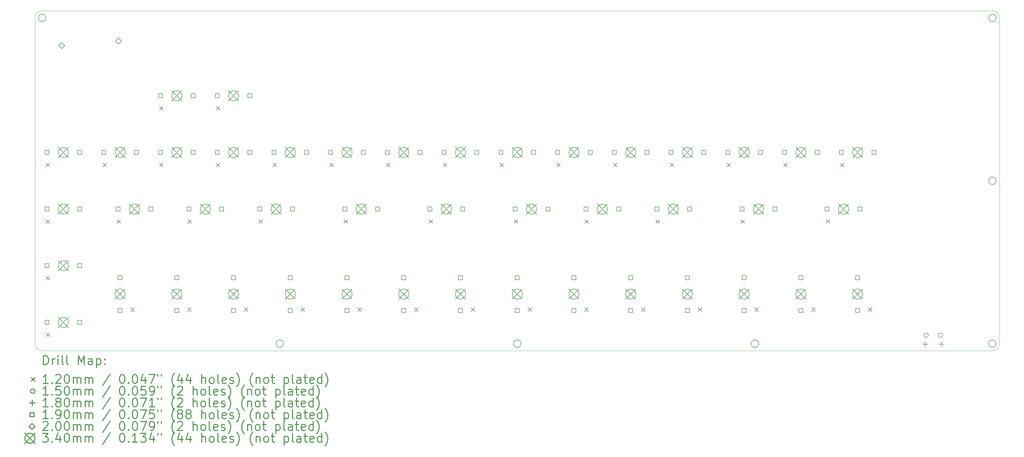
<source format=gbr>
%FSLAX45Y45*%
G04 Gerber Fmt 4.5, Leading zero omitted, Abs format (unit mm)*
G04 Created by KiCad (PCBNEW (5.1.4)-1) date 2022-01-07 23:36:08*
%MOMM*%
%LPD*%
G04 APERTURE LIST*
%ADD10C,0.200000*%
%ADD11C,0.050000*%
%ADD12C,0.300000*%
G04 APERTURE END LIST*
D10*
X6435287Y-9286850D02*
G75*
G03X6435287Y-9286850I-125000J0D01*
G01*
X14412475Y-9286850D02*
G75*
G03X14412475Y-9286850I-125000J0D01*
G01*
X22389662Y-9286850D02*
G75*
G03X22389662Y-9286850I-125000J0D01*
G01*
X30366850Y-3809975D02*
G75*
G03X30366850Y-3809975I-125000J0D01*
G01*
X30366850Y1666900D02*
G75*
G03X30366850Y1666900I-125000J0D01*
G01*
X30366850Y-9286850D02*
G75*
G03X30366850Y-9286850I-125000J0D01*
G01*
X-1541900Y1666900D02*
G75*
G03X-1541900Y1666900I-125000J0D01*
G01*
D11*
X-1905000Y1666875D02*
X-1905000Y-9286875D01*
X30241875Y1905000D02*
X-1666875Y1905000D01*
X30480000Y-9286875D02*
X30480000Y1666875D01*
X-1666875Y-9525000D02*
X30241875Y-9525000D01*
X-1666875Y-9525000D02*
G75*
G02X-1905000Y-9286875I0J238125D01*
G01*
X-1905000Y1666875D02*
G75*
G02X-1666875Y1905000I238125J0D01*
G01*
X30241875Y1905000D02*
G75*
G02X30480000Y1666875I0J-238125D01*
G01*
X30480000Y-9286875D02*
G75*
G02X30241875Y-9525000I-238125J0D01*
G01*
D10*
X2275500Y-3217500D02*
X2395500Y-3337500D01*
X2395500Y-3217500D02*
X2275500Y-3337500D01*
X3217500Y-8082000D02*
X3337500Y-8202000D01*
X3337500Y-8082000D02*
X3217500Y-8202000D01*
X23230500Y-3217500D02*
X23350500Y-3337500D01*
X23350500Y-3217500D02*
X23230500Y-3337500D01*
X8466750Y-5122500D02*
X8586750Y-5242500D01*
X8586750Y-5122500D02*
X8466750Y-5242500D01*
X6085500Y-3217500D02*
X6205500Y-3337500D01*
X6205500Y-3217500D02*
X6085500Y-3337500D01*
X21325500Y-3217500D02*
X21445500Y-3337500D01*
X21445500Y-3217500D02*
X21325500Y-3337500D01*
X11800500Y-3217500D02*
X11920500Y-3337500D01*
X11920500Y-3217500D02*
X11800500Y-3337500D01*
X24172500Y-8082000D02*
X24292500Y-8202000D01*
X24292500Y-8082000D02*
X24172500Y-8202000D01*
X16552500Y-8082000D02*
X16672500Y-8202000D01*
X16672500Y-8082000D02*
X16552500Y-8202000D01*
X1312500Y-8082000D02*
X1432500Y-8202000D01*
X1432500Y-8082000D02*
X1312500Y-8202000D01*
X18457500Y-8082000D02*
X18577500Y-8202000D01*
X18577500Y-8082000D02*
X18457500Y-8202000D01*
X7990500Y-3217500D02*
X8110500Y-3337500D01*
X8110500Y-3217500D02*
X7990500Y-3337500D01*
X4180500Y-1312500D02*
X4300500Y-1432500D01*
X4300500Y-1312500D02*
X4180500Y-1432500D01*
X18944250Y-5122500D02*
X19064250Y-5242500D01*
X19064250Y-5122500D02*
X18944250Y-5242500D01*
X2275500Y-1312500D02*
X2395500Y-1432500D01*
X2395500Y-1312500D02*
X2275500Y-1432500D01*
X16563000Y-5122500D02*
X16683000Y-5242500D01*
X16683000Y-5122500D02*
X16563000Y-5242500D01*
X26077500Y-8082000D02*
X26197500Y-8202000D01*
X26197500Y-8082000D02*
X26077500Y-8202000D01*
X5609250Y-5122500D02*
X5729250Y-5242500D01*
X5729250Y-5122500D02*
X5609250Y-5242500D01*
X7027500Y-8082000D02*
X7147500Y-8202000D01*
X7147500Y-8082000D02*
X7027500Y-8202000D01*
X-1534500Y-5122500D02*
X-1414500Y-5242500D01*
X-1414500Y-5122500D02*
X-1534500Y-5242500D01*
X20362500Y-8082000D02*
X20482500Y-8202000D01*
X20482500Y-8082000D02*
X20362500Y-8202000D01*
X15610500Y-3217500D02*
X15730500Y-3337500D01*
X15730500Y-3217500D02*
X15610500Y-3337500D01*
X22267500Y-8082000D02*
X22387500Y-8202000D01*
X22387500Y-8082000D02*
X22267500Y-8202000D01*
X12742500Y-8082000D02*
X12862500Y-8202000D01*
X12862500Y-8082000D02*
X12742500Y-8202000D01*
X-1534500Y-7027500D02*
X-1414500Y-7147500D01*
X-1414500Y-7027500D02*
X-1534500Y-7147500D01*
X5122500Y-8082000D02*
X5242500Y-8202000D01*
X5242500Y-8082000D02*
X5122500Y-8202000D01*
X3228000Y-5122500D02*
X3348000Y-5242500D01*
X3348000Y-5122500D02*
X3228000Y-5242500D01*
X19420500Y-3217500D02*
X19540500Y-3337500D01*
X19540500Y-3217500D02*
X19420500Y-3337500D01*
X9895500Y-3217500D02*
X10015500Y-3337500D01*
X10015500Y-3217500D02*
X9895500Y-3337500D01*
X24659250Y-5122500D02*
X24779250Y-5242500D01*
X24779250Y-5122500D02*
X24659250Y-5242500D01*
X13705500Y-3217500D02*
X13825500Y-3337500D01*
X13825500Y-3217500D02*
X13705500Y-3337500D01*
X17515500Y-3217500D02*
X17635500Y-3337500D01*
X17635500Y-3217500D02*
X17515500Y-3337500D01*
X14181750Y-5122500D02*
X14301750Y-5242500D01*
X14301750Y-5122500D02*
X14181750Y-5242500D01*
X846750Y-5122500D02*
X966750Y-5242500D01*
X966750Y-5122500D02*
X846750Y-5242500D01*
X14647500Y-8082000D02*
X14767500Y-8202000D01*
X14767500Y-8082000D02*
X14647500Y-8202000D01*
X21801750Y-5122500D02*
X21921750Y-5242500D01*
X21921750Y-5122500D02*
X21801750Y-5242500D01*
X370500Y-3217500D02*
X490500Y-3337500D01*
X490500Y-3217500D02*
X370500Y-3337500D01*
X11324250Y-5122500D02*
X11444250Y-5242500D01*
X11444250Y-5122500D02*
X11324250Y-5242500D01*
X10837500Y-8082000D02*
X10957500Y-8202000D01*
X10957500Y-8082000D02*
X10837500Y-8202000D01*
X-1534500Y-8932500D02*
X-1414500Y-9052500D01*
X-1414500Y-8932500D02*
X-1534500Y-9052500D01*
X25135500Y-3217500D02*
X25255500Y-3337500D01*
X25255500Y-3217500D02*
X25135500Y-3337500D01*
X8932500Y-8082000D02*
X9052500Y-8202000D01*
X9052500Y-8082000D02*
X8932500Y-8202000D01*
X-1534500Y-3217500D02*
X-1414500Y-3337500D01*
X-1414500Y-3217500D02*
X-1534500Y-3337500D01*
X4180500Y-3217500D02*
X4300500Y-3337500D01*
X4300500Y-3217500D02*
X4180500Y-3337500D01*
X28090000Y-9002625D02*
G75*
G03X28090000Y-9002625I-75000J0D01*
G01*
X28575000Y-9002625D02*
G75*
G03X28575000Y-9002625I-75000J0D01*
G01*
X27985000Y-9215625D02*
X27985000Y-9395625D01*
X27895000Y-9305625D02*
X28075000Y-9305625D01*
X28530000Y-9215625D02*
X28530000Y-9395625D01*
X28440000Y-9305625D02*
X28620000Y-9305625D01*
X2374676Y-2924676D02*
X2374676Y-2790324D01*
X2240324Y-2790324D01*
X2240324Y-2924676D01*
X2374676Y-2924676D01*
X3474676Y-2924676D02*
X3474676Y-2790324D01*
X3340324Y-2790324D01*
X3340324Y-2924676D01*
X3474676Y-2924676D01*
X2924676Y-7137176D02*
X2924676Y-7002824D01*
X2790324Y-7002824D01*
X2790324Y-7137176D01*
X2924676Y-7137176D01*
X2924676Y-8237176D02*
X2924676Y-8102824D01*
X2790324Y-8102824D01*
X2790324Y-8237176D01*
X2924676Y-8237176D01*
X23329676Y-2924676D02*
X23329676Y-2790324D01*
X23195324Y-2790324D01*
X23195324Y-2924676D01*
X23329676Y-2924676D01*
X24429676Y-2924676D02*
X24429676Y-2790324D01*
X24295324Y-2790324D01*
X24295324Y-2924676D01*
X24429676Y-2924676D01*
X8565926Y-4829676D02*
X8565926Y-4695324D01*
X8431574Y-4695324D01*
X8431574Y-4829676D01*
X8565926Y-4829676D01*
X9665926Y-4829676D02*
X9665926Y-4695324D01*
X9531574Y-4695324D01*
X9531574Y-4829676D01*
X9665926Y-4829676D01*
X6184676Y-2924676D02*
X6184676Y-2790324D01*
X6050324Y-2790324D01*
X6050324Y-2924676D01*
X6184676Y-2924676D01*
X7284676Y-2924676D02*
X7284676Y-2790324D01*
X7150324Y-2790324D01*
X7150324Y-2924676D01*
X7284676Y-2924676D01*
X21424676Y-2924676D02*
X21424676Y-2790324D01*
X21290324Y-2790324D01*
X21290324Y-2924676D01*
X21424676Y-2924676D01*
X22524676Y-2924676D02*
X22524676Y-2790324D01*
X22390324Y-2790324D01*
X22390324Y-2924676D01*
X22524676Y-2924676D01*
X11899676Y-2924676D02*
X11899676Y-2790324D01*
X11765324Y-2790324D01*
X11765324Y-2924676D01*
X11899676Y-2924676D01*
X12999676Y-2924676D02*
X12999676Y-2790324D01*
X12865324Y-2790324D01*
X12865324Y-2924676D01*
X12999676Y-2924676D01*
X23879676Y-7137176D02*
X23879676Y-7002824D01*
X23745324Y-7002824D01*
X23745324Y-7137176D01*
X23879676Y-7137176D01*
X23879676Y-8237176D02*
X23879676Y-8102824D01*
X23745324Y-8102824D01*
X23745324Y-8237176D01*
X23879676Y-8237176D01*
X16259676Y-7137176D02*
X16259676Y-7002824D01*
X16125324Y-7002824D01*
X16125324Y-7137176D01*
X16259676Y-7137176D01*
X16259676Y-8237176D02*
X16259676Y-8102824D01*
X16125324Y-8102824D01*
X16125324Y-8237176D01*
X16259676Y-8237176D01*
X1019676Y-7137176D02*
X1019676Y-7002824D01*
X885324Y-7002824D01*
X885324Y-7137176D01*
X1019676Y-7137176D01*
X1019676Y-8237176D02*
X1019676Y-8102824D01*
X885324Y-8102824D01*
X885324Y-8237176D01*
X1019676Y-8237176D01*
X18164676Y-7137176D02*
X18164676Y-7002824D01*
X18030324Y-7002824D01*
X18030324Y-7137176D01*
X18164676Y-7137176D01*
X18164676Y-8237176D02*
X18164676Y-8102824D01*
X18030324Y-8102824D01*
X18030324Y-8237176D01*
X18164676Y-8237176D01*
X8089676Y-2924676D02*
X8089676Y-2790324D01*
X7955324Y-2790324D01*
X7955324Y-2924676D01*
X8089676Y-2924676D01*
X9189676Y-2924676D02*
X9189676Y-2790324D01*
X9055324Y-2790324D01*
X9055324Y-2924676D01*
X9189676Y-2924676D01*
X4279676Y-1019676D02*
X4279676Y-885324D01*
X4145324Y-885324D01*
X4145324Y-1019676D01*
X4279676Y-1019676D01*
X5379676Y-1019676D02*
X5379676Y-885324D01*
X5245324Y-885324D01*
X5245324Y-1019676D01*
X5379676Y-1019676D01*
X19043426Y-4829676D02*
X19043426Y-4695324D01*
X18909074Y-4695324D01*
X18909074Y-4829676D01*
X19043426Y-4829676D01*
X20143426Y-4829676D02*
X20143426Y-4695324D01*
X20009074Y-4695324D01*
X20009074Y-4829676D01*
X20143426Y-4829676D01*
X2374676Y-1019676D02*
X2374676Y-885324D01*
X2240324Y-885324D01*
X2240324Y-1019676D01*
X2374676Y-1019676D01*
X3474676Y-1019676D02*
X3474676Y-885324D01*
X3340324Y-885324D01*
X3340324Y-1019676D01*
X3474676Y-1019676D01*
X16662176Y-4829676D02*
X16662176Y-4695324D01*
X16527824Y-4695324D01*
X16527824Y-4829676D01*
X16662176Y-4829676D01*
X17762176Y-4829676D02*
X17762176Y-4695324D01*
X17627824Y-4695324D01*
X17627824Y-4829676D01*
X17762176Y-4829676D01*
X25784676Y-7137176D02*
X25784676Y-7002824D01*
X25650324Y-7002824D01*
X25650324Y-7137176D01*
X25784676Y-7137176D01*
X25784676Y-8237176D02*
X25784676Y-8102824D01*
X25650324Y-8102824D01*
X25650324Y-8237176D01*
X25784676Y-8237176D01*
X5708426Y-4829676D02*
X5708426Y-4695324D01*
X5574074Y-4695324D01*
X5574074Y-4829676D01*
X5708426Y-4829676D01*
X6808426Y-4829676D02*
X6808426Y-4695324D01*
X6674074Y-4695324D01*
X6674074Y-4829676D01*
X6808426Y-4829676D01*
X6734676Y-7137176D02*
X6734676Y-7002824D01*
X6600324Y-7002824D01*
X6600324Y-7137176D01*
X6734676Y-7137176D01*
X6734676Y-8237176D02*
X6734676Y-8102824D01*
X6600324Y-8102824D01*
X6600324Y-8237176D01*
X6734676Y-8237176D01*
X-1435324Y-4829676D02*
X-1435324Y-4695324D01*
X-1569676Y-4695324D01*
X-1569676Y-4829676D01*
X-1435324Y-4829676D01*
X-335324Y-4829676D02*
X-335324Y-4695324D01*
X-469676Y-4695324D01*
X-469676Y-4829676D01*
X-335324Y-4829676D01*
X20069676Y-7137176D02*
X20069676Y-7002824D01*
X19935324Y-7002824D01*
X19935324Y-7137176D01*
X20069676Y-7137176D01*
X20069676Y-8237176D02*
X20069676Y-8102824D01*
X19935324Y-8102824D01*
X19935324Y-8237176D01*
X20069676Y-8237176D01*
X15709676Y-2924676D02*
X15709676Y-2790324D01*
X15575324Y-2790324D01*
X15575324Y-2924676D01*
X15709676Y-2924676D01*
X16809676Y-2924676D02*
X16809676Y-2790324D01*
X16675324Y-2790324D01*
X16675324Y-2924676D01*
X16809676Y-2924676D01*
X21974676Y-7137176D02*
X21974676Y-7002824D01*
X21840324Y-7002824D01*
X21840324Y-7137176D01*
X21974676Y-7137176D01*
X21974676Y-8237176D02*
X21974676Y-8102824D01*
X21840324Y-8102824D01*
X21840324Y-8237176D01*
X21974676Y-8237176D01*
X12449676Y-7137176D02*
X12449676Y-7002824D01*
X12315324Y-7002824D01*
X12315324Y-7137176D01*
X12449676Y-7137176D01*
X12449676Y-8237176D02*
X12449676Y-8102824D01*
X12315324Y-8102824D01*
X12315324Y-8237176D01*
X12449676Y-8237176D01*
X-1435324Y-6734676D02*
X-1435324Y-6600324D01*
X-1569676Y-6600324D01*
X-1569676Y-6734676D01*
X-1435324Y-6734676D01*
X-335324Y-6734676D02*
X-335324Y-6600324D01*
X-469676Y-6600324D01*
X-469676Y-6734676D01*
X-335324Y-6734676D01*
X4829676Y-7137176D02*
X4829676Y-7002824D01*
X4695324Y-7002824D01*
X4695324Y-7137176D01*
X4829676Y-7137176D01*
X4829676Y-8237176D02*
X4829676Y-8102824D01*
X4695324Y-8102824D01*
X4695324Y-8237176D01*
X4829676Y-8237176D01*
X3327176Y-4829676D02*
X3327176Y-4695324D01*
X3192824Y-4695324D01*
X3192824Y-4829676D01*
X3327176Y-4829676D01*
X4427176Y-4829676D02*
X4427176Y-4695324D01*
X4292824Y-4695324D01*
X4292824Y-4829676D01*
X4427176Y-4829676D01*
X19519676Y-2924676D02*
X19519676Y-2790324D01*
X19385324Y-2790324D01*
X19385324Y-2924676D01*
X19519676Y-2924676D01*
X20619676Y-2924676D02*
X20619676Y-2790324D01*
X20485324Y-2790324D01*
X20485324Y-2924676D01*
X20619676Y-2924676D01*
X9994676Y-2924676D02*
X9994676Y-2790324D01*
X9860324Y-2790324D01*
X9860324Y-2924676D01*
X9994676Y-2924676D01*
X11094676Y-2924676D02*
X11094676Y-2790324D01*
X10960324Y-2790324D01*
X10960324Y-2924676D01*
X11094676Y-2924676D01*
X24758426Y-4829676D02*
X24758426Y-4695324D01*
X24624074Y-4695324D01*
X24624074Y-4829676D01*
X24758426Y-4829676D01*
X25858426Y-4829676D02*
X25858426Y-4695324D01*
X25724074Y-4695324D01*
X25724074Y-4829676D01*
X25858426Y-4829676D01*
X13804676Y-2924676D02*
X13804676Y-2790324D01*
X13670324Y-2790324D01*
X13670324Y-2924676D01*
X13804676Y-2924676D01*
X14904676Y-2924676D02*
X14904676Y-2790324D01*
X14770324Y-2790324D01*
X14770324Y-2924676D01*
X14904676Y-2924676D01*
X17614676Y-2924676D02*
X17614676Y-2790324D01*
X17480324Y-2790324D01*
X17480324Y-2924676D01*
X17614676Y-2924676D01*
X18714676Y-2924676D02*
X18714676Y-2790324D01*
X18580324Y-2790324D01*
X18580324Y-2924676D01*
X18714676Y-2924676D01*
X14280926Y-4829676D02*
X14280926Y-4695324D01*
X14146574Y-4695324D01*
X14146574Y-4829676D01*
X14280926Y-4829676D01*
X15380926Y-4829676D02*
X15380926Y-4695324D01*
X15246574Y-4695324D01*
X15246574Y-4829676D01*
X15380926Y-4829676D01*
X945926Y-4829676D02*
X945926Y-4695324D01*
X811574Y-4695324D01*
X811574Y-4829676D01*
X945926Y-4829676D01*
X2045926Y-4829676D02*
X2045926Y-4695324D01*
X1911574Y-4695324D01*
X1911574Y-4829676D01*
X2045926Y-4829676D01*
X14354676Y-7137176D02*
X14354676Y-7002824D01*
X14220324Y-7002824D01*
X14220324Y-7137176D01*
X14354676Y-7137176D01*
X14354676Y-8237176D02*
X14354676Y-8102824D01*
X14220324Y-8102824D01*
X14220324Y-8237176D01*
X14354676Y-8237176D01*
X21900926Y-4829676D02*
X21900926Y-4695324D01*
X21766574Y-4695324D01*
X21766574Y-4829676D01*
X21900926Y-4829676D01*
X23000926Y-4829676D02*
X23000926Y-4695324D01*
X22866574Y-4695324D01*
X22866574Y-4829676D01*
X23000926Y-4829676D01*
X469676Y-2924676D02*
X469676Y-2790324D01*
X335324Y-2790324D01*
X335324Y-2924676D01*
X469676Y-2924676D01*
X1569676Y-2924676D02*
X1569676Y-2790324D01*
X1435324Y-2790324D01*
X1435324Y-2924676D01*
X1569676Y-2924676D01*
X11423426Y-4829676D02*
X11423426Y-4695324D01*
X11289074Y-4695324D01*
X11289074Y-4829676D01*
X11423426Y-4829676D01*
X12523426Y-4829676D02*
X12523426Y-4695324D01*
X12389074Y-4695324D01*
X12389074Y-4829676D01*
X12523426Y-4829676D01*
X10544676Y-7137176D02*
X10544676Y-7002824D01*
X10410324Y-7002824D01*
X10410324Y-7137176D01*
X10544676Y-7137176D01*
X10544676Y-8237176D02*
X10544676Y-8102824D01*
X10410324Y-8102824D01*
X10410324Y-8237176D01*
X10544676Y-8237176D01*
X-1435324Y-8639676D02*
X-1435324Y-8505324D01*
X-1569676Y-8505324D01*
X-1569676Y-8639676D01*
X-1435324Y-8639676D01*
X-335324Y-8639676D02*
X-335324Y-8505324D01*
X-469676Y-8505324D01*
X-469676Y-8639676D01*
X-335324Y-8639676D01*
X25234676Y-2924676D02*
X25234676Y-2790324D01*
X25100324Y-2790324D01*
X25100324Y-2924676D01*
X25234676Y-2924676D01*
X26334676Y-2924676D02*
X26334676Y-2790324D01*
X26200324Y-2790324D01*
X26200324Y-2924676D01*
X26334676Y-2924676D01*
X8639676Y-7137176D02*
X8639676Y-7002824D01*
X8505324Y-7002824D01*
X8505324Y-7137176D01*
X8639676Y-7137176D01*
X8639676Y-8237176D02*
X8639676Y-8102824D01*
X8505324Y-8102824D01*
X8505324Y-8237176D01*
X8639676Y-8237176D01*
X-1435324Y-2924676D02*
X-1435324Y-2790324D01*
X-1569676Y-2790324D01*
X-1569676Y-2924676D01*
X-1435324Y-2924676D01*
X-335324Y-2924676D02*
X-335324Y-2790324D01*
X-469676Y-2790324D01*
X-469676Y-2924676D01*
X-335324Y-2924676D01*
X4279676Y-2924676D02*
X4279676Y-2790324D01*
X4145324Y-2790324D01*
X4145324Y-2924676D01*
X4279676Y-2924676D01*
X5379676Y-2924676D02*
X5379676Y-2790324D01*
X5245324Y-2790324D01*
X5245324Y-2924676D01*
X5379676Y-2924676D01*
X-1005840Y637413D02*
X-905891Y737362D01*
X-1005840Y837311D01*
X-1105789Y737362D01*
X-1005840Y637413D01*
X898398Y789051D02*
X998347Y889000D01*
X898398Y988949D01*
X798449Y889000D01*
X898398Y789051D01*
X8878750Y-4592500D02*
X9218750Y-4932500D01*
X9218750Y-4592500D02*
X8878750Y-4932500D01*
X9218750Y-4762500D02*
G75*
G03X9218750Y-4762500I-170000J0D01*
G01*
X6497500Y-2687500D02*
X6837500Y-3027500D01*
X6837500Y-2687500D02*
X6497500Y-3027500D01*
X6837500Y-2857500D02*
G75*
G03X6837500Y-2857500I-170000J0D01*
G01*
X21737500Y-2687500D02*
X22077500Y-3027500D01*
X22077500Y-2687500D02*
X21737500Y-3027500D01*
X22077500Y-2857500D02*
G75*
G03X22077500Y-2857500I-170000J0D01*
G01*
X12212500Y-2687500D02*
X12552500Y-3027500D01*
X12552500Y-2687500D02*
X12212500Y-3027500D01*
X12552500Y-2857500D02*
G75*
G03X12552500Y-2857500I-170000J0D01*
G01*
X23642500Y-7450000D02*
X23982500Y-7790000D01*
X23982500Y-7450000D02*
X23642500Y-7790000D01*
X23982500Y-7620000D02*
G75*
G03X23982500Y-7620000I-170000J0D01*
G01*
X16022500Y-7450000D02*
X16362500Y-7790000D01*
X16362500Y-7450000D02*
X16022500Y-7790000D01*
X16362500Y-7620000D02*
G75*
G03X16362500Y-7620000I-170000J0D01*
G01*
X782500Y-7450000D02*
X1122500Y-7790000D01*
X1122500Y-7450000D02*
X782500Y-7790000D01*
X1122500Y-7620000D02*
G75*
G03X1122500Y-7620000I-170000J0D01*
G01*
X17927500Y-7450000D02*
X18267500Y-7790000D01*
X18267500Y-7450000D02*
X17927500Y-7790000D01*
X18267500Y-7620000D02*
G75*
G03X18267500Y-7620000I-170000J0D01*
G01*
X8402500Y-2687500D02*
X8742500Y-3027500D01*
X8742500Y-2687500D02*
X8402500Y-3027500D01*
X8742500Y-2857500D02*
G75*
G03X8742500Y-2857500I-170000J0D01*
G01*
X4592500Y-782500D02*
X4932500Y-1122500D01*
X4932500Y-782500D02*
X4592500Y-1122500D01*
X4932500Y-952500D02*
G75*
G03X4932500Y-952500I-170000J0D01*
G01*
X19356250Y-4592500D02*
X19696250Y-4932500D01*
X19696250Y-4592500D02*
X19356250Y-4932500D01*
X19696250Y-4762500D02*
G75*
G03X19696250Y-4762500I-170000J0D01*
G01*
X2687500Y-782500D02*
X3027500Y-1122500D01*
X3027500Y-782500D02*
X2687500Y-1122500D01*
X3027500Y-952500D02*
G75*
G03X3027500Y-952500I-170000J0D01*
G01*
X16975000Y-4592500D02*
X17315000Y-4932500D01*
X17315000Y-4592500D02*
X16975000Y-4932500D01*
X17315000Y-4762500D02*
G75*
G03X17315000Y-4762500I-170000J0D01*
G01*
X25547500Y-7450000D02*
X25887500Y-7790000D01*
X25887500Y-7450000D02*
X25547500Y-7790000D01*
X25887500Y-7620000D02*
G75*
G03X25887500Y-7620000I-170000J0D01*
G01*
X6021250Y-4592500D02*
X6361250Y-4932500D01*
X6361250Y-4592500D02*
X6021250Y-4932500D01*
X6361250Y-4762500D02*
G75*
G03X6361250Y-4762500I-170000J0D01*
G01*
X6497500Y-7450000D02*
X6837500Y-7790000D01*
X6837500Y-7450000D02*
X6497500Y-7790000D01*
X6837500Y-7620000D02*
G75*
G03X6837500Y-7620000I-170000J0D01*
G01*
X-1122500Y-4592500D02*
X-782500Y-4932500D01*
X-782500Y-4592500D02*
X-1122500Y-4932500D01*
X-782500Y-4762500D02*
G75*
G03X-782500Y-4762500I-170000J0D01*
G01*
X19832500Y-7450000D02*
X20172500Y-7790000D01*
X20172500Y-7450000D02*
X19832500Y-7790000D01*
X20172500Y-7620000D02*
G75*
G03X20172500Y-7620000I-170000J0D01*
G01*
X16022500Y-2687500D02*
X16362500Y-3027500D01*
X16362500Y-2687500D02*
X16022500Y-3027500D01*
X16362500Y-2857500D02*
G75*
G03X16362500Y-2857500I-170000J0D01*
G01*
X21737500Y-7450000D02*
X22077500Y-7790000D01*
X22077500Y-7450000D02*
X21737500Y-7790000D01*
X22077500Y-7620000D02*
G75*
G03X22077500Y-7620000I-170000J0D01*
G01*
X12212500Y-7450000D02*
X12552500Y-7790000D01*
X12552500Y-7450000D02*
X12212500Y-7790000D01*
X12552500Y-7620000D02*
G75*
G03X12552500Y-7620000I-170000J0D01*
G01*
X-1122500Y-6497500D02*
X-782500Y-6837500D01*
X-782500Y-6497500D02*
X-1122500Y-6837500D01*
X-782500Y-6667500D02*
G75*
G03X-782500Y-6667500I-170000J0D01*
G01*
X4592500Y-7450000D02*
X4932500Y-7790000D01*
X4932500Y-7450000D02*
X4592500Y-7790000D01*
X4932500Y-7620000D02*
G75*
G03X4932500Y-7620000I-170000J0D01*
G01*
X3640000Y-4592500D02*
X3980000Y-4932500D01*
X3980000Y-4592500D02*
X3640000Y-4932500D01*
X3980000Y-4762500D02*
G75*
G03X3980000Y-4762500I-170000J0D01*
G01*
X19832500Y-2687500D02*
X20172500Y-3027500D01*
X20172500Y-2687500D02*
X19832500Y-3027500D01*
X20172500Y-2857500D02*
G75*
G03X20172500Y-2857500I-170000J0D01*
G01*
X10307500Y-2687500D02*
X10647500Y-3027500D01*
X10647500Y-2687500D02*
X10307500Y-3027500D01*
X10647500Y-2857500D02*
G75*
G03X10647500Y-2857500I-170000J0D01*
G01*
X25071250Y-4592500D02*
X25411250Y-4932500D01*
X25411250Y-4592500D02*
X25071250Y-4932500D01*
X25411250Y-4762500D02*
G75*
G03X25411250Y-4762500I-170000J0D01*
G01*
X14117500Y-2687500D02*
X14457500Y-3027500D01*
X14457500Y-2687500D02*
X14117500Y-3027500D01*
X14457500Y-2857500D02*
G75*
G03X14457500Y-2857500I-170000J0D01*
G01*
X17927500Y-2687500D02*
X18267500Y-3027500D01*
X18267500Y-2687500D02*
X17927500Y-3027500D01*
X18267500Y-2857500D02*
G75*
G03X18267500Y-2857500I-170000J0D01*
G01*
X14593750Y-4592500D02*
X14933750Y-4932500D01*
X14933750Y-4592500D02*
X14593750Y-4932500D01*
X14933750Y-4762500D02*
G75*
G03X14933750Y-4762500I-170000J0D01*
G01*
X1258750Y-4592500D02*
X1598750Y-4932500D01*
X1598750Y-4592500D02*
X1258750Y-4932500D01*
X1598750Y-4762500D02*
G75*
G03X1598750Y-4762500I-170000J0D01*
G01*
X14117500Y-7450000D02*
X14457500Y-7790000D01*
X14457500Y-7450000D02*
X14117500Y-7790000D01*
X14457500Y-7620000D02*
G75*
G03X14457500Y-7620000I-170000J0D01*
G01*
X22213750Y-4592500D02*
X22553750Y-4932500D01*
X22553750Y-4592500D02*
X22213750Y-4932500D01*
X22553750Y-4762500D02*
G75*
G03X22553750Y-4762500I-170000J0D01*
G01*
X782500Y-2687500D02*
X1122500Y-3027500D01*
X1122500Y-2687500D02*
X782500Y-3027500D01*
X1122500Y-2857500D02*
G75*
G03X1122500Y-2857500I-170000J0D01*
G01*
X11736250Y-4592500D02*
X12076250Y-4932500D01*
X12076250Y-4592500D02*
X11736250Y-4932500D01*
X12076250Y-4762500D02*
G75*
G03X12076250Y-4762500I-170000J0D01*
G01*
X10307500Y-7450000D02*
X10647500Y-7790000D01*
X10647500Y-7450000D02*
X10307500Y-7790000D01*
X10647500Y-7620000D02*
G75*
G03X10647500Y-7620000I-170000J0D01*
G01*
X-1122500Y-8402500D02*
X-782500Y-8742500D01*
X-782500Y-8402500D02*
X-1122500Y-8742500D01*
X-782500Y-8572500D02*
G75*
G03X-782500Y-8572500I-170000J0D01*
G01*
X25547500Y-2687500D02*
X25887500Y-3027500D01*
X25887500Y-2687500D02*
X25547500Y-3027500D01*
X25887500Y-2857500D02*
G75*
G03X25887500Y-2857500I-170000J0D01*
G01*
X8402500Y-7450000D02*
X8742500Y-7790000D01*
X8742500Y-7450000D02*
X8402500Y-7790000D01*
X8742500Y-7620000D02*
G75*
G03X8742500Y-7620000I-170000J0D01*
G01*
X-1122500Y-2687500D02*
X-782500Y-3027500D01*
X-782500Y-2687500D02*
X-1122500Y-3027500D01*
X-782500Y-2857500D02*
G75*
G03X-782500Y-2857500I-170000J0D01*
G01*
X4592500Y-2687500D02*
X4932500Y-3027500D01*
X4932500Y-2687500D02*
X4592500Y-3027500D01*
X4932500Y-2857500D02*
G75*
G03X4932500Y-2857500I-170000J0D01*
G01*
X2687500Y-2687500D02*
X3027500Y-3027500D01*
X3027500Y-2687500D02*
X2687500Y-3027500D01*
X3027500Y-2857500D02*
G75*
G03X3027500Y-2857500I-170000J0D01*
G01*
X2687500Y-7450000D02*
X3027500Y-7790000D01*
X3027500Y-7450000D02*
X2687500Y-7790000D01*
X3027500Y-7620000D02*
G75*
G03X3027500Y-7620000I-170000J0D01*
G01*
X23642500Y-2687500D02*
X23982500Y-3027500D01*
X23982500Y-2687500D02*
X23642500Y-3027500D01*
X23982500Y-2857500D02*
G75*
G03X23982500Y-2857500I-170000J0D01*
G01*
D12*
X-1621071Y-9993214D02*
X-1621071Y-9693214D01*
X-1549643Y-9693214D01*
X-1506786Y-9707500D01*
X-1478214Y-9736072D01*
X-1463929Y-9764643D01*
X-1449643Y-9821786D01*
X-1449643Y-9864643D01*
X-1463929Y-9921786D01*
X-1478214Y-9950357D01*
X-1506786Y-9978929D01*
X-1549643Y-9993214D01*
X-1621071Y-9993214D01*
X-1321072Y-9993214D02*
X-1321072Y-9793214D01*
X-1321072Y-9850357D02*
X-1306786Y-9821786D01*
X-1292500Y-9807500D01*
X-1263929Y-9793214D01*
X-1235357Y-9793214D01*
X-1135357Y-9993214D02*
X-1135357Y-9793214D01*
X-1135357Y-9693214D02*
X-1149643Y-9707500D01*
X-1135357Y-9721786D01*
X-1121072Y-9707500D01*
X-1135357Y-9693214D01*
X-1135357Y-9721786D01*
X-949643Y-9993214D02*
X-978214Y-9978929D01*
X-992500Y-9950357D01*
X-992500Y-9693214D01*
X-792500Y-9993214D02*
X-821071Y-9978929D01*
X-835357Y-9950357D01*
X-835357Y-9693214D01*
X-449643Y-9993214D02*
X-449643Y-9693214D01*
X-349643Y-9907500D01*
X-249643Y-9693214D01*
X-249643Y-9993214D01*
X21786Y-9993214D02*
X21786Y-9836072D01*
X7500Y-9807500D01*
X-21072Y-9793214D01*
X-78214Y-9793214D01*
X-106786Y-9807500D01*
X21786Y-9978929D02*
X-6786Y-9993214D01*
X-78214Y-9993214D01*
X-106786Y-9978929D01*
X-121071Y-9950357D01*
X-121071Y-9921786D01*
X-106786Y-9893214D01*
X-78214Y-9878929D01*
X-6786Y-9878929D01*
X21786Y-9864643D01*
X164643Y-9793214D02*
X164643Y-10093214D01*
X164643Y-9807500D02*
X193214Y-9793214D01*
X250357Y-9793214D01*
X278928Y-9807500D01*
X293214Y-9821786D01*
X307500Y-9850357D01*
X307500Y-9936072D01*
X293214Y-9964643D01*
X278928Y-9978929D01*
X250357Y-9993214D01*
X193214Y-9993214D01*
X164643Y-9978929D01*
X436071Y-9964643D02*
X450357Y-9978929D01*
X436071Y-9993214D01*
X421786Y-9978929D01*
X436071Y-9964643D01*
X436071Y-9993214D01*
X436071Y-9807500D02*
X450357Y-9821786D01*
X436071Y-9836072D01*
X421786Y-9821786D01*
X436071Y-9807500D01*
X436071Y-9836072D01*
X-2027500Y-10427500D02*
X-1907500Y-10547500D01*
X-1907500Y-10427500D02*
X-2027500Y-10547500D01*
X-1463929Y-10623214D02*
X-1635357Y-10623214D01*
X-1549643Y-10623214D02*
X-1549643Y-10323214D01*
X-1578214Y-10366072D01*
X-1606786Y-10394643D01*
X-1635357Y-10408929D01*
X-1335357Y-10594643D02*
X-1321072Y-10608929D01*
X-1335357Y-10623214D01*
X-1349643Y-10608929D01*
X-1335357Y-10594643D01*
X-1335357Y-10623214D01*
X-1206786Y-10351786D02*
X-1192500Y-10337500D01*
X-1163929Y-10323214D01*
X-1092500Y-10323214D01*
X-1063929Y-10337500D01*
X-1049643Y-10351786D01*
X-1035357Y-10380357D01*
X-1035357Y-10408929D01*
X-1049643Y-10451786D01*
X-1221072Y-10623214D01*
X-1035357Y-10623214D01*
X-849643Y-10323214D02*
X-821071Y-10323214D01*
X-792500Y-10337500D01*
X-778214Y-10351786D01*
X-763929Y-10380357D01*
X-749643Y-10437500D01*
X-749643Y-10508929D01*
X-763929Y-10566072D01*
X-778214Y-10594643D01*
X-792500Y-10608929D01*
X-821071Y-10623214D01*
X-849643Y-10623214D01*
X-878214Y-10608929D01*
X-892500Y-10594643D01*
X-906786Y-10566072D01*
X-921071Y-10508929D01*
X-921071Y-10437500D01*
X-906786Y-10380357D01*
X-892500Y-10351786D01*
X-878214Y-10337500D01*
X-849643Y-10323214D01*
X-621072Y-10623214D02*
X-621072Y-10423214D01*
X-621072Y-10451786D02*
X-606786Y-10437500D01*
X-578214Y-10423214D01*
X-535357Y-10423214D01*
X-506786Y-10437500D01*
X-492500Y-10466072D01*
X-492500Y-10623214D01*
X-492500Y-10466072D02*
X-478214Y-10437500D01*
X-449643Y-10423214D01*
X-406786Y-10423214D01*
X-378214Y-10437500D01*
X-363929Y-10466072D01*
X-363929Y-10623214D01*
X-221071Y-10623214D02*
X-221071Y-10423214D01*
X-221071Y-10451786D02*
X-206786Y-10437500D01*
X-178214Y-10423214D01*
X-135357Y-10423214D01*
X-106786Y-10437500D01*
X-92500Y-10466072D01*
X-92500Y-10623214D01*
X-92500Y-10466072D02*
X-78214Y-10437500D01*
X-49643Y-10423214D01*
X-6786Y-10423214D01*
X21786Y-10437500D01*
X36071Y-10466072D01*
X36071Y-10623214D01*
X621786Y-10308929D02*
X364643Y-10694643D01*
X1007500Y-10323214D02*
X1036071Y-10323214D01*
X1064643Y-10337500D01*
X1078928Y-10351786D01*
X1093214Y-10380357D01*
X1107500Y-10437500D01*
X1107500Y-10508929D01*
X1093214Y-10566072D01*
X1078928Y-10594643D01*
X1064643Y-10608929D01*
X1036071Y-10623214D01*
X1007500Y-10623214D01*
X978928Y-10608929D01*
X964643Y-10594643D01*
X950357Y-10566072D01*
X936071Y-10508929D01*
X936071Y-10437500D01*
X950357Y-10380357D01*
X964643Y-10351786D01*
X978928Y-10337500D01*
X1007500Y-10323214D01*
X1236071Y-10594643D02*
X1250357Y-10608929D01*
X1236071Y-10623214D01*
X1221786Y-10608929D01*
X1236071Y-10594643D01*
X1236071Y-10623214D01*
X1436071Y-10323214D02*
X1464643Y-10323214D01*
X1493214Y-10337500D01*
X1507500Y-10351786D01*
X1521786Y-10380357D01*
X1536071Y-10437500D01*
X1536071Y-10508929D01*
X1521786Y-10566072D01*
X1507500Y-10594643D01*
X1493214Y-10608929D01*
X1464643Y-10623214D01*
X1436071Y-10623214D01*
X1407500Y-10608929D01*
X1393214Y-10594643D01*
X1378928Y-10566072D01*
X1364643Y-10508929D01*
X1364643Y-10437500D01*
X1378928Y-10380357D01*
X1393214Y-10351786D01*
X1407500Y-10337500D01*
X1436071Y-10323214D01*
X1793214Y-10423214D02*
X1793214Y-10623214D01*
X1721786Y-10308929D02*
X1650357Y-10523214D01*
X1836071Y-10523214D01*
X1921786Y-10323214D02*
X2121786Y-10323214D01*
X1993214Y-10623214D01*
X2221786Y-10323214D02*
X2221786Y-10380357D01*
X2336071Y-10323214D02*
X2336071Y-10380357D01*
X2778928Y-10737500D02*
X2764643Y-10723214D01*
X2736071Y-10680357D01*
X2721786Y-10651786D01*
X2707500Y-10608929D01*
X2693214Y-10537500D01*
X2693214Y-10480357D01*
X2707500Y-10408929D01*
X2721786Y-10366072D01*
X2736071Y-10337500D01*
X2764643Y-10294643D01*
X2778928Y-10280357D01*
X3021786Y-10423214D02*
X3021786Y-10623214D01*
X2950357Y-10308929D02*
X2878928Y-10523214D01*
X3064643Y-10523214D01*
X3307500Y-10423214D02*
X3307500Y-10623214D01*
X3236071Y-10308929D02*
X3164643Y-10523214D01*
X3350357Y-10523214D01*
X3693214Y-10623214D02*
X3693214Y-10323214D01*
X3821786Y-10623214D02*
X3821786Y-10466072D01*
X3807500Y-10437500D01*
X3778928Y-10423214D01*
X3736071Y-10423214D01*
X3707500Y-10437500D01*
X3693214Y-10451786D01*
X4007500Y-10623214D02*
X3978928Y-10608929D01*
X3964643Y-10594643D01*
X3950357Y-10566072D01*
X3950357Y-10480357D01*
X3964643Y-10451786D01*
X3978928Y-10437500D01*
X4007500Y-10423214D01*
X4050357Y-10423214D01*
X4078928Y-10437500D01*
X4093214Y-10451786D01*
X4107500Y-10480357D01*
X4107500Y-10566072D01*
X4093214Y-10594643D01*
X4078928Y-10608929D01*
X4050357Y-10623214D01*
X4007500Y-10623214D01*
X4278928Y-10623214D02*
X4250357Y-10608929D01*
X4236071Y-10580357D01*
X4236071Y-10323214D01*
X4507500Y-10608929D02*
X4478928Y-10623214D01*
X4421786Y-10623214D01*
X4393214Y-10608929D01*
X4378928Y-10580357D01*
X4378928Y-10466072D01*
X4393214Y-10437500D01*
X4421786Y-10423214D01*
X4478928Y-10423214D01*
X4507500Y-10437500D01*
X4521786Y-10466072D01*
X4521786Y-10494643D01*
X4378928Y-10523214D01*
X4636071Y-10608929D02*
X4664643Y-10623214D01*
X4721786Y-10623214D01*
X4750357Y-10608929D01*
X4764643Y-10580357D01*
X4764643Y-10566072D01*
X4750357Y-10537500D01*
X4721786Y-10523214D01*
X4678928Y-10523214D01*
X4650357Y-10508929D01*
X4636071Y-10480357D01*
X4636071Y-10466072D01*
X4650357Y-10437500D01*
X4678928Y-10423214D01*
X4721786Y-10423214D01*
X4750357Y-10437500D01*
X4864643Y-10737500D02*
X4878928Y-10723214D01*
X4907500Y-10680357D01*
X4921786Y-10651786D01*
X4936071Y-10608929D01*
X4950357Y-10537500D01*
X4950357Y-10480357D01*
X4936071Y-10408929D01*
X4921786Y-10366072D01*
X4907500Y-10337500D01*
X4878928Y-10294643D01*
X4864643Y-10280357D01*
X5407500Y-10737500D02*
X5393214Y-10723214D01*
X5364643Y-10680357D01*
X5350357Y-10651786D01*
X5336071Y-10608929D01*
X5321786Y-10537500D01*
X5321786Y-10480357D01*
X5336071Y-10408929D01*
X5350357Y-10366072D01*
X5364643Y-10337500D01*
X5393214Y-10294643D01*
X5407500Y-10280357D01*
X5521786Y-10423214D02*
X5521786Y-10623214D01*
X5521786Y-10451786D02*
X5536071Y-10437500D01*
X5564643Y-10423214D01*
X5607500Y-10423214D01*
X5636071Y-10437500D01*
X5650357Y-10466072D01*
X5650357Y-10623214D01*
X5836071Y-10623214D02*
X5807500Y-10608929D01*
X5793214Y-10594643D01*
X5778928Y-10566072D01*
X5778928Y-10480357D01*
X5793214Y-10451786D01*
X5807500Y-10437500D01*
X5836071Y-10423214D01*
X5878928Y-10423214D01*
X5907500Y-10437500D01*
X5921786Y-10451786D01*
X5936071Y-10480357D01*
X5936071Y-10566072D01*
X5921786Y-10594643D01*
X5907500Y-10608929D01*
X5878928Y-10623214D01*
X5836071Y-10623214D01*
X6021786Y-10423214D02*
X6136071Y-10423214D01*
X6064643Y-10323214D02*
X6064643Y-10580357D01*
X6078928Y-10608929D01*
X6107500Y-10623214D01*
X6136071Y-10623214D01*
X6464643Y-10423214D02*
X6464643Y-10723214D01*
X6464643Y-10437500D02*
X6493214Y-10423214D01*
X6550357Y-10423214D01*
X6578928Y-10437500D01*
X6593214Y-10451786D01*
X6607500Y-10480357D01*
X6607500Y-10566072D01*
X6593214Y-10594643D01*
X6578928Y-10608929D01*
X6550357Y-10623214D01*
X6493214Y-10623214D01*
X6464643Y-10608929D01*
X6778928Y-10623214D02*
X6750357Y-10608929D01*
X6736071Y-10580357D01*
X6736071Y-10323214D01*
X7021786Y-10623214D02*
X7021786Y-10466072D01*
X7007500Y-10437500D01*
X6978928Y-10423214D01*
X6921786Y-10423214D01*
X6893214Y-10437500D01*
X7021786Y-10608929D02*
X6993214Y-10623214D01*
X6921786Y-10623214D01*
X6893214Y-10608929D01*
X6878928Y-10580357D01*
X6878928Y-10551786D01*
X6893214Y-10523214D01*
X6921786Y-10508929D01*
X6993214Y-10508929D01*
X7021786Y-10494643D01*
X7121786Y-10423214D02*
X7236071Y-10423214D01*
X7164643Y-10323214D02*
X7164643Y-10580357D01*
X7178928Y-10608929D01*
X7207500Y-10623214D01*
X7236071Y-10623214D01*
X7450357Y-10608929D02*
X7421786Y-10623214D01*
X7364643Y-10623214D01*
X7336071Y-10608929D01*
X7321786Y-10580357D01*
X7321786Y-10466072D01*
X7336071Y-10437500D01*
X7364643Y-10423214D01*
X7421786Y-10423214D01*
X7450357Y-10437500D01*
X7464643Y-10466072D01*
X7464643Y-10494643D01*
X7321786Y-10523214D01*
X7721786Y-10623214D02*
X7721786Y-10323214D01*
X7721786Y-10608929D02*
X7693214Y-10623214D01*
X7636071Y-10623214D01*
X7607500Y-10608929D01*
X7593214Y-10594643D01*
X7578928Y-10566072D01*
X7578928Y-10480357D01*
X7593214Y-10451786D01*
X7607500Y-10437500D01*
X7636071Y-10423214D01*
X7693214Y-10423214D01*
X7721786Y-10437500D01*
X7836071Y-10737500D02*
X7850357Y-10723214D01*
X7878928Y-10680357D01*
X7893214Y-10651786D01*
X7907500Y-10608929D01*
X7921786Y-10537500D01*
X7921786Y-10480357D01*
X7907500Y-10408929D01*
X7893214Y-10366072D01*
X7878928Y-10337500D01*
X7850357Y-10294643D01*
X7836071Y-10280357D01*
X-1907500Y-10883500D02*
G75*
G03X-1907500Y-10883500I-75000J0D01*
G01*
X-1463929Y-11019214D02*
X-1635357Y-11019214D01*
X-1549643Y-11019214D02*
X-1549643Y-10719214D01*
X-1578214Y-10762072D01*
X-1606786Y-10790643D01*
X-1635357Y-10804929D01*
X-1335357Y-10990643D02*
X-1321072Y-11004929D01*
X-1335357Y-11019214D01*
X-1349643Y-11004929D01*
X-1335357Y-10990643D01*
X-1335357Y-11019214D01*
X-1049643Y-10719214D02*
X-1192500Y-10719214D01*
X-1206786Y-10862072D01*
X-1192500Y-10847786D01*
X-1163929Y-10833500D01*
X-1092500Y-10833500D01*
X-1063929Y-10847786D01*
X-1049643Y-10862072D01*
X-1035357Y-10890643D01*
X-1035357Y-10962072D01*
X-1049643Y-10990643D01*
X-1063929Y-11004929D01*
X-1092500Y-11019214D01*
X-1163929Y-11019214D01*
X-1192500Y-11004929D01*
X-1206786Y-10990643D01*
X-849643Y-10719214D02*
X-821071Y-10719214D01*
X-792500Y-10733500D01*
X-778214Y-10747786D01*
X-763929Y-10776357D01*
X-749643Y-10833500D01*
X-749643Y-10904929D01*
X-763929Y-10962072D01*
X-778214Y-10990643D01*
X-792500Y-11004929D01*
X-821071Y-11019214D01*
X-849643Y-11019214D01*
X-878214Y-11004929D01*
X-892500Y-10990643D01*
X-906786Y-10962072D01*
X-921071Y-10904929D01*
X-921071Y-10833500D01*
X-906786Y-10776357D01*
X-892500Y-10747786D01*
X-878214Y-10733500D01*
X-849643Y-10719214D01*
X-621072Y-11019214D02*
X-621072Y-10819214D01*
X-621072Y-10847786D02*
X-606786Y-10833500D01*
X-578214Y-10819214D01*
X-535357Y-10819214D01*
X-506786Y-10833500D01*
X-492500Y-10862072D01*
X-492500Y-11019214D01*
X-492500Y-10862072D02*
X-478214Y-10833500D01*
X-449643Y-10819214D01*
X-406786Y-10819214D01*
X-378214Y-10833500D01*
X-363929Y-10862072D01*
X-363929Y-11019214D01*
X-221071Y-11019214D02*
X-221071Y-10819214D01*
X-221071Y-10847786D02*
X-206786Y-10833500D01*
X-178214Y-10819214D01*
X-135357Y-10819214D01*
X-106786Y-10833500D01*
X-92500Y-10862072D01*
X-92500Y-11019214D01*
X-92500Y-10862072D02*
X-78214Y-10833500D01*
X-49643Y-10819214D01*
X-6786Y-10819214D01*
X21786Y-10833500D01*
X36071Y-10862072D01*
X36071Y-11019214D01*
X621786Y-10704929D02*
X364643Y-11090643D01*
X1007500Y-10719214D02*
X1036071Y-10719214D01*
X1064643Y-10733500D01*
X1078928Y-10747786D01*
X1093214Y-10776357D01*
X1107500Y-10833500D01*
X1107500Y-10904929D01*
X1093214Y-10962072D01*
X1078928Y-10990643D01*
X1064643Y-11004929D01*
X1036071Y-11019214D01*
X1007500Y-11019214D01*
X978928Y-11004929D01*
X964643Y-10990643D01*
X950357Y-10962072D01*
X936071Y-10904929D01*
X936071Y-10833500D01*
X950357Y-10776357D01*
X964643Y-10747786D01*
X978928Y-10733500D01*
X1007500Y-10719214D01*
X1236071Y-10990643D02*
X1250357Y-11004929D01*
X1236071Y-11019214D01*
X1221786Y-11004929D01*
X1236071Y-10990643D01*
X1236071Y-11019214D01*
X1436071Y-10719214D02*
X1464643Y-10719214D01*
X1493214Y-10733500D01*
X1507500Y-10747786D01*
X1521786Y-10776357D01*
X1536071Y-10833500D01*
X1536071Y-10904929D01*
X1521786Y-10962072D01*
X1507500Y-10990643D01*
X1493214Y-11004929D01*
X1464643Y-11019214D01*
X1436071Y-11019214D01*
X1407500Y-11004929D01*
X1393214Y-10990643D01*
X1378928Y-10962072D01*
X1364643Y-10904929D01*
X1364643Y-10833500D01*
X1378928Y-10776357D01*
X1393214Y-10747786D01*
X1407500Y-10733500D01*
X1436071Y-10719214D01*
X1807500Y-10719214D02*
X1664643Y-10719214D01*
X1650357Y-10862072D01*
X1664643Y-10847786D01*
X1693214Y-10833500D01*
X1764643Y-10833500D01*
X1793214Y-10847786D01*
X1807500Y-10862072D01*
X1821786Y-10890643D01*
X1821786Y-10962072D01*
X1807500Y-10990643D01*
X1793214Y-11004929D01*
X1764643Y-11019214D01*
X1693214Y-11019214D01*
X1664643Y-11004929D01*
X1650357Y-10990643D01*
X1964643Y-11019214D02*
X2021786Y-11019214D01*
X2050357Y-11004929D01*
X2064643Y-10990643D01*
X2093214Y-10947786D01*
X2107500Y-10890643D01*
X2107500Y-10776357D01*
X2093214Y-10747786D01*
X2078928Y-10733500D01*
X2050357Y-10719214D01*
X1993214Y-10719214D01*
X1964643Y-10733500D01*
X1950357Y-10747786D01*
X1936071Y-10776357D01*
X1936071Y-10847786D01*
X1950357Y-10876357D01*
X1964643Y-10890643D01*
X1993214Y-10904929D01*
X2050357Y-10904929D01*
X2078928Y-10890643D01*
X2093214Y-10876357D01*
X2107500Y-10847786D01*
X2221786Y-10719214D02*
X2221786Y-10776357D01*
X2336071Y-10719214D02*
X2336071Y-10776357D01*
X2778928Y-11133500D02*
X2764643Y-11119214D01*
X2736071Y-11076357D01*
X2721786Y-11047786D01*
X2707500Y-11004929D01*
X2693214Y-10933500D01*
X2693214Y-10876357D01*
X2707500Y-10804929D01*
X2721786Y-10762072D01*
X2736071Y-10733500D01*
X2764643Y-10690643D01*
X2778928Y-10676357D01*
X2878928Y-10747786D02*
X2893214Y-10733500D01*
X2921786Y-10719214D01*
X2993214Y-10719214D01*
X3021786Y-10733500D01*
X3036071Y-10747786D01*
X3050357Y-10776357D01*
X3050357Y-10804929D01*
X3036071Y-10847786D01*
X2864643Y-11019214D01*
X3050357Y-11019214D01*
X3407500Y-11019214D02*
X3407500Y-10719214D01*
X3536071Y-11019214D02*
X3536071Y-10862072D01*
X3521786Y-10833500D01*
X3493214Y-10819214D01*
X3450357Y-10819214D01*
X3421786Y-10833500D01*
X3407500Y-10847786D01*
X3721786Y-11019214D02*
X3693214Y-11004929D01*
X3678928Y-10990643D01*
X3664643Y-10962072D01*
X3664643Y-10876357D01*
X3678928Y-10847786D01*
X3693214Y-10833500D01*
X3721786Y-10819214D01*
X3764643Y-10819214D01*
X3793214Y-10833500D01*
X3807500Y-10847786D01*
X3821786Y-10876357D01*
X3821786Y-10962072D01*
X3807500Y-10990643D01*
X3793214Y-11004929D01*
X3764643Y-11019214D01*
X3721786Y-11019214D01*
X3993214Y-11019214D02*
X3964643Y-11004929D01*
X3950357Y-10976357D01*
X3950357Y-10719214D01*
X4221786Y-11004929D02*
X4193214Y-11019214D01*
X4136071Y-11019214D01*
X4107500Y-11004929D01*
X4093214Y-10976357D01*
X4093214Y-10862072D01*
X4107500Y-10833500D01*
X4136071Y-10819214D01*
X4193214Y-10819214D01*
X4221786Y-10833500D01*
X4236071Y-10862072D01*
X4236071Y-10890643D01*
X4093214Y-10919214D01*
X4350357Y-11004929D02*
X4378928Y-11019214D01*
X4436071Y-11019214D01*
X4464643Y-11004929D01*
X4478928Y-10976357D01*
X4478928Y-10962072D01*
X4464643Y-10933500D01*
X4436071Y-10919214D01*
X4393214Y-10919214D01*
X4364643Y-10904929D01*
X4350357Y-10876357D01*
X4350357Y-10862072D01*
X4364643Y-10833500D01*
X4393214Y-10819214D01*
X4436071Y-10819214D01*
X4464643Y-10833500D01*
X4578928Y-11133500D02*
X4593214Y-11119214D01*
X4621786Y-11076357D01*
X4636071Y-11047786D01*
X4650357Y-11004929D01*
X4664643Y-10933500D01*
X4664643Y-10876357D01*
X4650357Y-10804929D01*
X4636071Y-10762072D01*
X4621786Y-10733500D01*
X4593214Y-10690643D01*
X4578928Y-10676357D01*
X5121786Y-11133500D02*
X5107500Y-11119214D01*
X5078928Y-11076357D01*
X5064643Y-11047786D01*
X5050357Y-11004929D01*
X5036071Y-10933500D01*
X5036071Y-10876357D01*
X5050357Y-10804929D01*
X5064643Y-10762072D01*
X5078928Y-10733500D01*
X5107500Y-10690643D01*
X5121786Y-10676357D01*
X5236071Y-10819214D02*
X5236071Y-11019214D01*
X5236071Y-10847786D02*
X5250357Y-10833500D01*
X5278928Y-10819214D01*
X5321786Y-10819214D01*
X5350357Y-10833500D01*
X5364643Y-10862072D01*
X5364643Y-11019214D01*
X5550357Y-11019214D02*
X5521786Y-11004929D01*
X5507500Y-10990643D01*
X5493214Y-10962072D01*
X5493214Y-10876357D01*
X5507500Y-10847786D01*
X5521786Y-10833500D01*
X5550357Y-10819214D01*
X5593214Y-10819214D01*
X5621786Y-10833500D01*
X5636071Y-10847786D01*
X5650357Y-10876357D01*
X5650357Y-10962072D01*
X5636071Y-10990643D01*
X5621786Y-11004929D01*
X5593214Y-11019214D01*
X5550357Y-11019214D01*
X5736071Y-10819214D02*
X5850357Y-10819214D01*
X5778928Y-10719214D02*
X5778928Y-10976357D01*
X5793214Y-11004929D01*
X5821786Y-11019214D01*
X5850357Y-11019214D01*
X6178928Y-10819214D02*
X6178928Y-11119214D01*
X6178928Y-10833500D02*
X6207500Y-10819214D01*
X6264643Y-10819214D01*
X6293214Y-10833500D01*
X6307500Y-10847786D01*
X6321786Y-10876357D01*
X6321786Y-10962072D01*
X6307500Y-10990643D01*
X6293214Y-11004929D01*
X6264643Y-11019214D01*
X6207500Y-11019214D01*
X6178928Y-11004929D01*
X6493214Y-11019214D02*
X6464643Y-11004929D01*
X6450357Y-10976357D01*
X6450357Y-10719214D01*
X6736071Y-11019214D02*
X6736071Y-10862072D01*
X6721786Y-10833500D01*
X6693214Y-10819214D01*
X6636071Y-10819214D01*
X6607500Y-10833500D01*
X6736071Y-11004929D02*
X6707500Y-11019214D01*
X6636071Y-11019214D01*
X6607500Y-11004929D01*
X6593214Y-10976357D01*
X6593214Y-10947786D01*
X6607500Y-10919214D01*
X6636071Y-10904929D01*
X6707500Y-10904929D01*
X6736071Y-10890643D01*
X6836071Y-10819214D02*
X6950357Y-10819214D01*
X6878928Y-10719214D02*
X6878928Y-10976357D01*
X6893214Y-11004929D01*
X6921786Y-11019214D01*
X6950357Y-11019214D01*
X7164643Y-11004929D02*
X7136071Y-11019214D01*
X7078928Y-11019214D01*
X7050357Y-11004929D01*
X7036071Y-10976357D01*
X7036071Y-10862072D01*
X7050357Y-10833500D01*
X7078928Y-10819214D01*
X7136071Y-10819214D01*
X7164643Y-10833500D01*
X7178928Y-10862072D01*
X7178928Y-10890643D01*
X7036071Y-10919214D01*
X7436071Y-11019214D02*
X7436071Y-10719214D01*
X7436071Y-11004929D02*
X7407500Y-11019214D01*
X7350357Y-11019214D01*
X7321786Y-11004929D01*
X7307500Y-10990643D01*
X7293214Y-10962072D01*
X7293214Y-10876357D01*
X7307500Y-10847786D01*
X7321786Y-10833500D01*
X7350357Y-10819214D01*
X7407500Y-10819214D01*
X7436071Y-10833500D01*
X7550357Y-11133500D02*
X7564643Y-11119214D01*
X7593214Y-11076357D01*
X7607500Y-11047786D01*
X7621786Y-11004929D01*
X7636071Y-10933500D01*
X7636071Y-10876357D01*
X7621786Y-10804929D01*
X7607500Y-10762072D01*
X7593214Y-10733500D01*
X7564643Y-10690643D01*
X7550357Y-10676357D01*
X-1997500Y-11189500D02*
X-1997500Y-11369500D01*
X-2087500Y-11279500D02*
X-1907500Y-11279500D01*
X-1463929Y-11415214D02*
X-1635357Y-11415214D01*
X-1549643Y-11415214D02*
X-1549643Y-11115214D01*
X-1578214Y-11158072D01*
X-1606786Y-11186643D01*
X-1635357Y-11200929D01*
X-1335357Y-11386643D02*
X-1321072Y-11400929D01*
X-1335357Y-11415214D01*
X-1349643Y-11400929D01*
X-1335357Y-11386643D01*
X-1335357Y-11415214D01*
X-1149643Y-11243786D02*
X-1178214Y-11229500D01*
X-1192500Y-11215214D01*
X-1206786Y-11186643D01*
X-1206786Y-11172357D01*
X-1192500Y-11143786D01*
X-1178214Y-11129500D01*
X-1149643Y-11115214D01*
X-1092500Y-11115214D01*
X-1063929Y-11129500D01*
X-1049643Y-11143786D01*
X-1035357Y-11172357D01*
X-1035357Y-11186643D01*
X-1049643Y-11215214D01*
X-1063929Y-11229500D01*
X-1092500Y-11243786D01*
X-1149643Y-11243786D01*
X-1178214Y-11258071D01*
X-1192500Y-11272357D01*
X-1206786Y-11300929D01*
X-1206786Y-11358071D01*
X-1192500Y-11386643D01*
X-1178214Y-11400929D01*
X-1149643Y-11415214D01*
X-1092500Y-11415214D01*
X-1063929Y-11400929D01*
X-1049643Y-11386643D01*
X-1035357Y-11358071D01*
X-1035357Y-11300929D01*
X-1049643Y-11272357D01*
X-1063929Y-11258071D01*
X-1092500Y-11243786D01*
X-849643Y-11115214D02*
X-821071Y-11115214D01*
X-792500Y-11129500D01*
X-778214Y-11143786D01*
X-763929Y-11172357D01*
X-749643Y-11229500D01*
X-749643Y-11300929D01*
X-763929Y-11358071D01*
X-778214Y-11386643D01*
X-792500Y-11400929D01*
X-821071Y-11415214D01*
X-849643Y-11415214D01*
X-878214Y-11400929D01*
X-892500Y-11386643D01*
X-906786Y-11358071D01*
X-921071Y-11300929D01*
X-921071Y-11229500D01*
X-906786Y-11172357D01*
X-892500Y-11143786D01*
X-878214Y-11129500D01*
X-849643Y-11115214D01*
X-621072Y-11415214D02*
X-621072Y-11215214D01*
X-621072Y-11243786D02*
X-606786Y-11229500D01*
X-578214Y-11215214D01*
X-535357Y-11215214D01*
X-506786Y-11229500D01*
X-492500Y-11258071D01*
X-492500Y-11415214D01*
X-492500Y-11258071D02*
X-478214Y-11229500D01*
X-449643Y-11215214D01*
X-406786Y-11215214D01*
X-378214Y-11229500D01*
X-363929Y-11258071D01*
X-363929Y-11415214D01*
X-221071Y-11415214D02*
X-221071Y-11215214D01*
X-221071Y-11243786D02*
X-206786Y-11229500D01*
X-178214Y-11215214D01*
X-135357Y-11215214D01*
X-106786Y-11229500D01*
X-92500Y-11258071D01*
X-92500Y-11415214D01*
X-92500Y-11258071D02*
X-78214Y-11229500D01*
X-49643Y-11215214D01*
X-6786Y-11215214D01*
X21786Y-11229500D01*
X36071Y-11258071D01*
X36071Y-11415214D01*
X621786Y-11100929D02*
X364643Y-11486643D01*
X1007500Y-11115214D02*
X1036071Y-11115214D01*
X1064643Y-11129500D01*
X1078928Y-11143786D01*
X1093214Y-11172357D01*
X1107500Y-11229500D01*
X1107500Y-11300929D01*
X1093214Y-11358071D01*
X1078928Y-11386643D01*
X1064643Y-11400929D01*
X1036071Y-11415214D01*
X1007500Y-11415214D01*
X978928Y-11400929D01*
X964643Y-11386643D01*
X950357Y-11358071D01*
X936071Y-11300929D01*
X936071Y-11229500D01*
X950357Y-11172357D01*
X964643Y-11143786D01*
X978928Y-11129500D01*
X1007500Y-11115214D01*
X1236071Y-11386643D02*
X1250357Y-11400929D01*
X1236071Y-11415214D01*
X1221786Y-11400929D01*
X1236071Y-11386643D01*
X1236071Y-11415214D01*
X1436071Y-11115214D02*
X1464643Y-11115214D01*
X1493214Y-11129500D01*
X1507500Y-11143786D01*
X1521786Y-11172357D01*
X1536071Y-11229500D01*
X1536071Y-11300929D01*
X1521786Y-11358071D01*
X1507500Y-11386643D01*
X1493214Y-11400929D01*
X1464643Y-11415214D01*
X1436071Y-11415214D01*
X1407500Y-11400929D01*
X1393214Y-11386643D01*
X1378928Y-11358071D01*
X1364643Y-11300929D01*
X1364643Y-11229500D01*
X1378928Y-11172357D01*
X1393214Y-11143786D01*
X1407500Y-11129500D01*
X1436071Y-11115214D01*
X1636071Y-11115214D02*
X1836071Y-11115214D01*
X1707500Y-11415214D01*
X2107500Y-11415214D02*
X1936071Y-11415214D01*
X2021786Y-11415214D02*
X2021786Y-11115214D01*
X1993214Y-11158072D01*
X1964643Y-11186643D01*
X1936071Y-11200929D01*
X2221786Y-11115214D02*
X2221786Y-11172357D01*
X2336071Y-11115214D02*
X2336071Y-11172357D01*
X2778928Y-11529500D02*
X2764643Y-11515214D01*
X2736071Y-11472357D01*
X2721786Y-11443786D01*
X2707500Y-11400929D01*
X2693214Y-11329500D01*
X2693214Y-11272357D01*
X2707500Y-11200929D01*
X2721786Y-11158072D01*
X2736071Y-11129500D01*
X2764643Y-11086643D01*
X2778928Y-11072357D01*
X2878928Y-11143786D02*
X2893214Y-11129500D01*
X2921786Y-11115214D01*
X2993214Y-11115214D01*
X3021786Y-11129500D01*
X3036071Y-11143786D01*
X3050357Y-11172357D01*
X3050357Y-11200929D01*
X3036071Y-11243786D01*
X2864643Y-11415214D01*
X3050357Y-11415214D01*
X3407500Y-11415214D02*
X3407500Y-11115214D01*
X3536071Y-11415214D02*
X3536071Y-11258071D01*
X3521786Y-11229500D01*
X3493214Y-11215214D01*
X3450357Y-11215214D01*
X3421786Y-11229500D01*
X3407500Y-11243786D01*
X3721786Y-11415214D02*
X3693214Y-11400929D01*
X3678928Y-11386643D01*
X3664643Y-11358071D01*
X3664643Y-11272357D01*
X3678928Y-11243786D01*
X3693214Y-11229500D01*
X3721786Y-11215214D01*
X3764643Y-11215214D01*
X3793214Y-11229500D01*
X3807500Y-11243786D01*
X3821786Y-11272357D01*
X3821786Y-11358071D01*
X3807500Y-11386643D01*
X3793214Y-11400929D01*
X3764643Y-11415214D01*
X3721786Y-11415214D01*
X3993214Y-11415214D02*
X3964643Y-11400929D01*
X3950357Y-11372357D01*
X3950357Y-11115214D01*
X4221786Y-11400929D02*
X4193214Y-11415214D01*
X4136071Y-11415214D01*
X4107500Y-11400929D01*
X4093214Y-11372357D01*
X4093214Y-11258071D01*
X4107500Y-11229500D01*
X4136071Y-11215214D01*
X4193214Y-11215214D01*
X4221786Y-11229500D01*
X4236071Y-11258071D01*
X4236071Y-11286643D01*
X4093214Y-11315214D01*
X4350357Y-11400929D02*
X4378928Y-11415214D01*
X4436071Y-11415214D01*
X4464643Y-11400929D01*
X4478928Y-11372357D01*
X4478928Y-11358071D01*
X4464643Y-11329500D01*
X4436071Y-11315214D01*
X4393214Y-11315214D01*
X4364643Y-11300929D01*
X4350357Y-11272357D01*
X4350357Y-11258071D01*
X4364643Y-11229500D01*
X4393214Y-11215214D01*
X4436071Y-11215214D01*
X4464643Y-11229500D01*
X4578928Y-11529500D02*
X4593214Y-11515214D01*
X4621786Y-11472357D01*
X4636071Y-11443786D01*
X4650357Y-11400929D01*
X4664643Y-11329500D01*
X4664643Y-11272357D01*
X4650357Y-11200929D01*
X4636071Y-11158072D01*
X4621786Y-11129500D01*
X4593214Y-11086643D01*
X4578928Y-11072357D01*
X5121786Y-11529500D02*
X5107500Y-11515214D01*
X5078928Y-11472357D01*
X5064643Y-11443786D01*
X5050357Y-11400929D01*
X5036071Y-11329500D01*
X5036071Y-11272357D01*
X5050357Y-11200929D01*
X5064643Y-11158072D01*
X5078928Y-11129500D01*
X5107500Y-11086643D01*
X5121786Y-11072357D01*
X5236071Y-11215214D02*
X5236071Y-11415214D01*
X5236071Y-11243786D02*
X5250357Y-11229500D01*
X5278928Y-11215214D01*
X5321786Y-11215214D01*
X5350357Y-11229500D01*
X5364643Y-11258071D01*
X5364643Y-11415214D01*
X5550357Y-11415214D02*
X5521786Y-11400929D01*
X5507500Y-11386643D01*
X5493214Y-11358071D01*
X5493214Y-11272357D01*
X5507500Y-11243786D01*
X5521786Y-11229500D01*
X5550357Y-11215214D01*
X5593214Y-11215214D01*
X5621786Y-11229500D01*
X5636071Y-11243786D01*
X5650357Y-11272357D01*
X5650357Y-11358071D01*
X5636071Y-11386643D01*
X5621786Y-11400929D01*
X5593214Y-11415214D01*
X5550357Y-11415214D01*
X5736071Y-11215214D02*
X5850357Y-11215214D01*
X5778928Y-11115214D02*
X5778928Y-11372357D01*
X5793214Y-11400929D01*
X5821786Y-11415214D01*
X5850357Y-11415214D01*
X6178928Y-11215214D02*
X6178928Y-11515214D01*
X6178928Y-11229500D02*
X6207500Y-11215214D01*
X6264643Y-11215214D01*
X6293214Y-11229500D01*
X6307500Y-11243786D01*
X6321786Y-11272357D01*
X6321786Y-11358071D01*
X6307500Y-11386643D01*
X6293214Y-11400929D01*
X6264643Y-11415214D01*
X6207500Y-11415214D01*
X6178928Y-11400929D01*
X6493214Y-11415214D02*
X6464643Y-11400929D01*
X6450357Y-11372357D01*
X6450357Y-11115214D01*
X6736071Y-11415214D02*
X6736071Y-11258071D01*
X6721786Y-11229500D01*
X6693214Y-11215214D01*
X6636071Y-11215214D01*
X6607500Y-11229500D01*
X6736071Y-11400929D02*
X6707500Y-11415214D01*
X6636071Y-11415214D01*
X6607500Y-11400929D01*
X6593214Y-11372357D01*
X6593214Y-11343786D01*
X6607500Y-11315214D01*
X6636071Y-11300929D01*
X6707500Y-11300929D01*
X6736071Y-11286643D01*
X6836071Y-11215214D02*
X6950357Y-11215214D01*
X6878928Y-11115214D02*
X6878928Y-11372357D01*
X6893214Y-11400929D01*
X6921786Y-11415214D01*
X6950357Y-11415214D01*
X7164643Y-11400929D02*
X7136071Y-11415214D01*
X7078928Y-11415214D01*
X7050357Y-11400929D01*
X7036071Y-11372357D01*
X7036071Y-11258071D01*
X7050357Y-11229500D01*
X7078928Y-11215214D01*
X7136071Y-11215214D01*
X7164643Y-11229500D01*
X7178928Y-11258071D01*
X7178928Y-11286643D01*
X7036071Y-11315214D01*
X7436071Y-11415214D02*
X7436071Y-11115214D01*
X7436071Y-11400929D02*
X7407500Y-11415214D01*
X7350357Y-11415214D01*
X7321786Y-11400929D01*
X7307500Y-11386643D01*
X7293214Y-11358071D01*
X7293214Y-11272357D01*
X7307500Y-11243786D01*
X7321786Y-11229500D01*
X7350357Y-11215214D01*
X7407500Y-11215214D01*
X7436071Y-11229500D01*
X7550357Y-11529500D02*
X7564643Y-11515214D01*
X7593214Y-11472357D01*
X7607500Y-11443786D01*
X7621786Y-11400929D01*
X7636071Y-11329500D01*
X7636071Y-11272357D01*
X7621786Y-11200929D01*
X7607500Y-11158072D01*
X7593214Y-11129500D01*
X7564643Y-11086643D01*
X7550357Y-11072357D01*
X-1935324Y-11742676D02*
X-1935324Y-11608324D01*
X-2069676Y-11608324D01*
X-2069676Y-11742676D01*
X-1935324Y-11742676D01*
X-1463929Y-11811214D02*
X-1635357Y-11811214D01*
X-1549643Y-11811214D02*
X-1549643Y-11511214D01*
X-1578214Y-11554071D01*
X-1606786Y-11582643D01*
X-1635357Y-11596929D01*
X-1335357Y-11782643D02*
X-1321072Y-11796929D01*
X-1335357Y-11811214D01*
X-1349643Y-11796929D01*
X-1335357Y-11782643D01*
X-1335357Y-11811214D01*
X-1178214Y-11811214D02*
X-1121072Y-11811214D01*
X-1092500Y-11796929D01*
X-1078214Y-11782643D01*
X-1049643Y-11739786D01*
X-1035357Y-11682643D01*
X-1035357Y-11568357D01*
X-1049643Y-11539786D01*
X-1063929Y-11525500D01*
X-1092500Y-11511214D01*
X-1149643Y-11511214D01*
X-1178214Y-11525500D01*
X-1192500Y-11539786D01*
X-1206786Y-11568357D01*
X-1206786Y-11639786D01*
X-1192500Y-11668357D01*
X-1178214Y-11682643D01*
X-1149643Y-11696929D01*
X-1092500Y-11696929D01*
X-1063929Y-11682643D01*
X-1049643Y-11668357D01*
X-1035357Y-11639786D01*
X-849643Y-11511214D02*
X-821071Y-11511214D01*
X-792500Y-11525500D01*
X-778214Y-11539786D01*
X-763929Y-11568357D01*
X-749643Y-11625500D01*
X-749643Y-11696929D01*
X-763929Y-11754071D01*
X-778214Y-11782643D01*
X-792500Y-11796929D01*
X-821071Y-11811214D01*
X-849643Y-11811214D01*
X-878214Y-11796929D01*
X-892500Y-11782643D01*
X-906786Y-11754071D01*
X-921071Y-11696929D01*
X-921071Y-11625500D01*
X-906786Y-11568357D01*
X-892500Y-11539786D01*
X-878214Y-11525500D01*
X-849643Y-11511214D01*
X-621072Y-11811214D02*
X-621072Y-11611214D01*
X-621072Y-11639786D02*
X-606786Y-11625500D01*
X-578214Y-11611214D01*
X-535357Y-11611214D01*
X-506786Y-11625500D01*
X-492500Y-11654071D01*
X-492500Y-11811214D01*
X-492500Y-11654071D02*
X-478214Y-11625500D01*
X-449643Y-11611214D01*
X-406786Y-11611214D01*
X-378214Y-11625500D01*
X-363929Y-11654071D01*
X-363929Y-11811214D01*
X-221071Y-11811214D02*
X-221071Y-11611214D01*
X-221071Y-11639786D02*
X-206786Y-11625500D01*
X-178214Y-11611214D01*
X-135357Y-11611214D01*
X-106786Y-11625500D01*
X-92500Y-11654071D01*
X-92500Y-11811214D01*
X-92500Y-11654071D02*
X-78214Y-11625500D01*
X-49643Y-11611214D01*
X-6786Y-11611214D01*
X21786Y-11625500D01*
X36071Y-11654071D01*
X36071Y-11811214D01*
X621786Y-11496929D02*
X364643Y-11882643D01*
X1007500Y-11511214D02*
X1036071Y-11511214D01*
X1064643Y-11525500D01*
X1078928Y-11539786D01*
X1093214Y-11568357D01*
X1107500Y-11625500D01*
X1107500Y-11696929D01*
X1093214Y-11754071D01*
X1078928Y-11782643D01*
X1064643Y-11796929D01*
X1036071Y-11811214D01*
X1007500Y-11811214D01*
X978928Y-11796929D01*
X964643Y-11782643D01*
X950357Y-11754071D01*
X936071Y-11696929D01*
X936071Y-11625500D01*
X950357Y-11568357D01*
X964643Y-11539786D01*
X978928Y-11525500D01*
X1007500Y-11511214D01*
X1236071Y-11782643D02*
X1250357Y-11796929D01*
X1236071Y-11811214D01*
X1221786Y-11796929D01*
X1236071Y-11782643D01*
X1236071Y-11811214D01*
X1436071Y-11511214D02*
X1464643Y-11511214D01*
X1493214Y-11525500D01*
X1507500Y-11539786D01*
X1521786Y-11568357D01*
X1536071Y-11625500D01*
X1536071Y-11696929D01*
X1521786Y-11754071D01*
X1507500Y-11782643D01*
X1493214Y-11796929D01*
X1464643Y-11811214D01*
X1436071Y-11811214D01*
X1407500Y-11796929D01*
X1393214Y-11782643D01*
X1378928Y-11754071D01*
X1364643Y-11696929D01*
X1364643Y-11625500D01*
X1378928Y-11568357D01*
X1393214Y-11539786D01*
X1407500Y-11525500D01*
X1436071Y-11511214D01*
X1636071Y-11511214D02*
X1836071Y-11511214D01*
X1707500Y-11811214D01*
X2093214Y-11511214D02*
X1950357Y-11511214D01*
X1936071Y-11654071D01*
X1950357Y-11639786D01*
X1978928Y-11625500D01*
X2050357Y-11625500D01*
X2078928Y-11639786D01*
X2093214Y-11654071D01*
X2107500Y-11682643D01*
X2107500Y-11754071D01*
X2093214Y-11782643D01*
X2078928Y-11796929D01*
X2050357Y-11811214D01*
X1978928Y-11811214D01*
X1950357Y-11796929D01*
X1936071Y-11782643D01*
X2221786Y-11511214D02*
X2221786Y-11568357D01*
X2336071Y-11511214D02*
X2336071Y-11568357D01*
X2778928Y-11925500D02*
X2764643Y-11911214D01*
X2736071Y-11868357D01*
X2721786Y-11839786D01*
X2707500Y-11796929D01*
X2693214Y-11725500D01*
X2693214Y-11668357D01*
X2707500Y-11596929D01*
X2721786Y-11554071D01*
X2736071Y-11525500D01*
X2764643Y-11482643D01*
X2778928Y-11468357D01*
X2936071Y-11639786D02*
X2907500Y-11625500D01*
X2893214Y-11611214D01*
X2878928Y-11582643D01*
X2878928Y-11568357D01*
X2893214Y-11539786D01*
X2907500Y-11525500D01*
X2936071Y-11511214D01*
X2993214Y-11511214D01*
X3021786Y-11525500D01*
X3036071Y-11539786D01*
X3050357Y-11568357D01*
X3050357Y-11582643D01*
X3036071Y-11611214D01*
X3021786Y-11625500D01*
X2993214Y-11639786D01*
X2936071Y-11639786D01*
X2907500Y-11654071D01*
X2893214Y-11668357D01*
X2878928Y-11696929D01*
X2878928Y-11754071D01*
X2893214Y-11782643D01*
X2907500Y-11796929D01*
X2936071Y-11811214D01*
X2993214Y-11811214D01*
X3021786Y-11796929D01*
X3036071Y-11782643D01*
X3050357Y-11754071D01*
X3050357Y-11696929D01*
X3036071Y-11668357D01*
X3021786Y-11654071D01*
X2993214Y-11639786D01*
X3221786Y-11639786D02*
X3193214Y-11625500D01*
X3178928Y-11611214D01*
X3164643Y-11582643D01*
X3164643Y-11568357D01*
X3178928Y-11539786D01*
X3193214Y-11525500D01*
X3221786Y-11511214D01*
X3278928Y-11511214D01*
X3307500Y-11525500D01*
X3321786Y-11539786D01*
X3336071Y-11568357D01*
X3336071Y-11582643D01*
X3321786Y-11611214D01*
X3307500Y-11625500D01*
X3278928Y-11639786D01*
X3221786Y-11639786D01*
X3193214Y-11654071D01*
X3178928Y-11668357D01*
X3164643Y-11696929D01*
X3164643Y-11754071D01*
X3178928Y-11782643D01*
X3193214Y-11796929D01*
X3221786Y-11811214D01*
X3278928Y-11811214D01*
X3307500Y-11796929D01*
X3321786Y-11782643D01*
X3336071Y-11754071D01*
X3336071Y-11696929D01*
X3321786Y-11668357D01*
X3307500Y-11654071D01*
X3278928Y-11639786D01*
X3693214Y-11811214D02*
X3693214Y-11511214D01*
X3821786Y-11811214D02*
X3821786Y-11654071D01*
X3807500Y-11625500D01*
X3778928Y-11611214D01*
X3736071Y-11611214D01*
X3707500Y-11625500D01*
X3693214Y-11639786D01*
X4007500Y-11811214D02*
X3978928Y-11796929D01*
X3964643Y-11782643D01*
X3950357Y-11754071D01*
X3950357Y-11668357D01*
X3964643Y-11639786D01*
X3978928Y-11625500D01*
X4007500Y-11611214D01*
X4050357Y-11611214D01*
X4078928Y-11625500D01*
X4093214Y-11639786D01*
X4107500Y-11668357D01*
X4107500Y-11754071D01*
X4093214Y-11782643D01*
X4078928Y-11796929D01*
X4050357Y-11811214D01*
X4007500Y-11811214D01*
X4278928Y-11811214D02*
X4250357Y-11796929D01*
X4236071Y-11768357D01*
X4236071Y-11511214D01*
X4507500Y-11796929D02*
X4478928Y-11811214D01*
X4421786Y-11811214D01*
X4393214Y-11796929D01*
X4378928Y-11768357D01*
X4378928Y-11654071D01*
X4393214Y-11625500D01*
X4421786Y-11611214D01*
X4478928Y-11611214D01*
X4507500Y-11625500D01*
X4521786Y-11654071D01*
X4521786Y-11682643D01*
X4378928Y-11711214D01*
X4636071Y-11796929D02*
X4664643Y-11811214D01*
X4721786Y-11811214D01*
X4750357Y-11796929D01*
X4764643Y-11768357D01*
X4764643Y-11754071D01*
X4750357Y-11725500D01*
X4721786Y-11711214D01*
X4678928Y-11711214D01*
X4650357Y-11696929D01*
X4636071Y-11668357D01*
X4636071Y-11654071D01*
X4650357Y-11625500D01*
X4678928Y-11611214D01*
X4721786Y-11611214D01*
X4750357Y-11625500D01*
X4864643Y-11925500D02*
X4878928Y-11911214D01*
X4907500Y-11868357D01*
X4921786Y-11839786D01*
X4936071Y-11796929D01*
X4950357Y-11725500D01*
X4950357Y-11668357D01*
X4936071Y-11596929D01*
X4921786Y-11554071D01*
X4907500Y-11525500D01*
X4878928Y-11482643D01*
X4864643Y-11468357D01*
X5407500Y-11925500D02*
X5393214Y-11911214D01*
X5364643Y-11868357D01*
X5350357Y-11839786D01*
X5336071Y-11796929D01*
X5321786Y-11725500D01*
X5321786Y-11668357D01*
X5336071Y-11596929D01*
X5350357Y-11554071D01*
X5364643Y-11525500D01*
X5393214Y-11482643D01*
X5407500Y-11468357D01*
X5521786Y-11611214D02*
X5521786Y-11811214D01*
X5521786Y-11639786D02*
X5536071Y-11625500D01*
X5564643Y-11611214D01*
X5607500Y-11611214D01*
X5636071Y-11625500D01*
X5650357Y-11654071D01*
X5650357Y-11811214D01*
X5836071Y-11811214D02*
X5807500Y-11796929D01*
X5793214Y-11782643D01*
X5778928Y-11754071D01*
X5778928Y-11668357D01*
X5793214Y-11639786D01*
X5807500Y-11625500D01*
X5836071Y-11611214D01*
X5878928Y-11611214D01*
X5907500Y-11625500D01*
X5921786Y-11639786D01*
X5936071Y-11668357D01*
X5936071Y-11754071D01*
X5921786Y-11782643D01*
X5907500Y-11796929D01*
X5878928Y-11811214D01*
X5836071Y-11811214D01*
X6021786Y-11611214D02*
X6136071Y-11611214D01*
X6064643Y-11511214D02*
X6064643Y-11768357D01*
X6078928Y-11796929D01*
X6107500Y-11811214D01*
X6136071Y-11811214D01*
X6464643Y-11611214D02*
X6464643Y-11911214D01*
X6464643Y-11625500D02*
X6493214Y-11611214D01*
X6550357Y-11611214D01*
X6578928Y-11625500D01*
X6593214Y-11639786D01*
X6607500Y-11668357D01*
X6607500Y-11754071D01*
X6593214Y-11782643D01*
X6578928Y-11796929D01*
X6550357Y-11811214D01*
X6493214Y-11811214D01*
X6464643Y-11796929D01*
X6778928Y-11811214D02*
X6750357Y-11796929D01*
X6736071Y-11768357D01*
X6736071Y-11511214D01*
X7021786Y-11811214D02*
X7021786Y-11654071D01*
X7007500Y-11625500D01*
X6978928Y-11611214D01*
X6921786Y-11611214D01*
X6893214Y-11625500D01*
X7021786Y-11796929D02*
X6993214Y-11811214D01*
X6921786Y-11811214D01*
X6893214Y-11796929D01*
X6878928Y-11768357D01*
X6878928Y-11739786D01*
X6893214Y-11711214D01*
X6921786Y-11696929D01*
X6993214Y-11696929D01*
X7021786Y-11682643D01*
X7121786Y-11611214D02*
X7236071Y-11611214D01*
X7164643Y-11511214D02*
X7164643Y-11768357D01*
X7178928Y-11796929D01*
X7207500Y-11811214D01*
X7236071Y-11811214D01*
X7450357Y-11796929D02*
X7421786Y-11811214D01*
X7364643Y-11811214D01*
X7336071Y-11796929D01*
X7321786Y-11768357D01*
X7321786Y-11654071D01*
X7336071Y-11625500D01*
X7364643Y-11611214D01*
X7421786Y-11611214D01*
X7450357Y-11625500D01*
X7464643Y-11654071D01*
X7464643Y-11682643D01*
X7321786Y-11711214D01*
X7721786Y-11811214D02*
X7721786Y-11511214D01*
X7721786Y-11796929D02*
X7693214Y-11811214D01*
X7636071Y-11811214D01*
X7607500Y-11796929D01*
X7593214Y-11782643D01*
X7578928Y-11754071D01*
X7578928Y-11668357D01*
X7593214Y-11639786D01*
X7607500Y-11625500D01*
X7636071Y-11611214D01*
X7693214Y-11611214D01*
X7721786Y-11625500D01*
X7836071Y-11925500D02*
X7850357Y-11911214D01*
X7878928Y-11868357D01*
X7893214Y-11839786D01*
X7907500Y-11796929D01*
X7921786Y-11725500D01*
X7921786Y-11668357D01*
X7907500Y-11596929D01*
X7893214Y-11554071D01*
X7878928Y-11525500D01*
X7850357Y-11482643D01*
X7836071Y-11468357D01*
X-2007449Y-12171449D02*
X-1907500Y-12071500D01*
X-2007449Y-11971551D01*
X-2107398Y-12071500D01*
X-2007449Y-12171449D01*
X-1635357Y-11935786D02*
X-1621071Y-11921500D01*
X-1592500Y-11907214D01*
X-1521071Y-11907214D01*
X-1492500Y-11921500D01*
X-1478214Y-11935786D01*
X-1463929Y-11964357D01*
X-1463929Y-11992929D01*
X-1478214Y-12035786D01*
X-1649643Y-12207214D01*
X-1463929Y-12207214D01*
X-1335357Y-12178643D02*
X-1321072Y-12192929D01*
X-1335357Y-12207214D01*
X-1349643Y-12192929D01*
X-1335357Y-12178643D01*
X-1335357Y-12207214D01*
X-1135357Y-11907214D02*
X-1106786Y-11907214D01*
X-1078214Y-11921500D01*
X-1063929Y-11935786D01*
X-1049643Y-11964357D01*
X-1035357Y-12021500D01*
X-1035357Y-12092929D01*
X-1049643Y-12150071D01*
X-1063929Y-12178643D01*
X-1078214Y-12192929D01*
X-1106786Y-12207214D01*
X-1135357Y-12207214D01*
X-1163929Y-12192929D01*
X-1178214Y-12178643D01*
X-1192500Y-12150071D01*
X-1206786Y-12092929D01*
X-1206786Y-12021500D01*
X-1192500Y-11964357D01*
X-1178214Y-11935786D01*
X-1163929Y-11921500D01*
X-1135357Y-11907214D01*
X-849643Y-11907214D02*
X-821071Y-11907214D01*
X-792500Y-11921500D01*
X-778214Y-11935786D01*
X-763929Y-11964357D01*
X-749643Y-12021500D01*
X-749643Y-12092929D01*
X-763929Y-12150071D01*
X-778214Y-12178643D01*
X-792500Y-12192929D01*
X-821071Y-12207214D01*
X-849643Y-12207214D01*
X-878214Y-12192929D01*
X-892500Y-12178643D01*
X-906786Y-12150071D01*
X-921071Y-12092929D01*
X-921071Y-12021500D01*
X-906786Y-11964357D01*
X-892500Y-11935786D01*
X-878214Y-11921500D01*
X-849643Y-11907214D01*
X-621072Y-12207214D02*
X-621072Y-12007214D01*
X-621072Y-12035786D02*
X-606786Y-12021500D01*
X-578214Y-12007214D01*
X-535357Y-12007214D01*
X-506786Y-12021500D01*
X-492500Y-12050071D01*
X-492500Y-12207214D01*
X-492500Y-12050071D02*
X-478214Y-12021500D01*
X-449643Y-12007214D01*
X-406786Y-12007214D01*
X-378214Y-12021500D01*
X-363929Y-12050071D01*
X-363929Y-12207214D01*
X-221071Y-12207214D02*
X-221071Y-12007214D01*
X-221071Y-12035786D02*
X-206786Y-12021500D01*
X-178214Y-12007214D01*
X-135357Y-12007214D01*
X-106786Y-12021500D01*
X-92500Y-12050071D01*
X-92500Y-12207214D01*
X-92500Y-12050071D02*
X-78214Y-12021500D01*
X-49643Y-12007214D01*
X-6786Y-12007214D01*
X21786Y-12021500D01*
X36071Y-12050071D01*
X36071Y-12207214D01*
X621786Y-11892929D02*
X364643Y-12278643D01*
X1007500Y-11907214D02*
X1036071Y-11907214D01*
X1064643Y-11921500D01*
X1078928Y-11935786D01*
X1093214Y-11964357D01*
X1107500Y-12021500D01*
X1107500Y-12092929D01*
X1093214Y-12150071D01*
X1078928Y-12178643D01*
X1064643Y-12192929D01*
X1036071Y-12207214D01*
X1007500Y-12207214D01*
X978928Y-12192929D01*
X964643Y-12178643D01*
X950357Y-12150071D01*
X936071Y-12092929D01*
X936071Y-12021500D01*
X950357Y-11964357D01*
X964643Y-11935786D01*
X978928Y-11921500D01*
X1007500Y-11907214D01*
X1236071Y-12178643D02*
X1250357Y-12192929D01*
X1236071Y-12207214D01*
X1221786Y-12192929D01*
X1236071Y-12178643D01*
X1236071Y-12207214D01*
X1436071Y-11907214D02*
X1464643Y-11907214D01*
X1493214Y-11921500D01*
X1507500Y-11935786D01*
X1521786Y-11964357D01*
X1536071Y-12021500D01*
X1536071Y-12092929D01*
X1521786Y-12150071D01*
X1507500Y-12178643D01*
X1493214Y-12192929D01*
X1464643Y-12207214D01*
X1436071Y-12207214D01*
X1407500Y-12192929D01*
X1393214Y-12178643D01*
X1378928Y-12150071D01*
X1364643Y-12092929D01*
X1364643Y-12021500D01*
X1378928Y-11964357D01*
X1393214Y-11935786D01*
X1407500Y-11921500D01*
X1436071Y-11907214D01*
X1636071Y-11907214D02*
X1836071Y-11907214D01*
X1707500Y-12207214D01*
X1964643Y-12207214D02*
X2021786Y-12207214D01*
X2050357Y-12192929D01*
X2064643Y-12178643D01*
X2093214Y-12135786D01*
X2107500Y-12078643D01*
X2107500Y-11964357D01*
X2093214Y-11935786D01*
X2078928Y-11921500D01*
X2050357Y-11907214D01*
X1993214Y-11907214D01*
X1964643Y-11921500D01*
X1950357Y-11935786D01*
X1936071Y-11964357D01*
X1936071Y-12035786D01*
X1950357Y-12064357D01*
X1964643Y-12078643D01*
X1993214Y-12092929D01*
X2050357Y-12092929D01*
X2078928Y-12078643D01*
X2093214Y-12064357D01*
X2107500Y-12035786D01*
X2221786Y-11907214D02*
X2221786Y-11964357D01*
X2336071Y-11907214D02*
X2336071Y-11964357D01*
X2778928Y-12321500D02*
X2764643Y-12307214D01*
X2736071Y-12264357D01*
X2721786Y-12235786D01*
X2707500Y-12192929D01*
X2693214Y-12121500D01*
X2693214Y-12064357D01*
X2707500Y-11992929D01*
X2721786Y-11950071D01*
X2736071Y-11921500D01*
X2764643Y-11878643D01*
X2778928Y-11864357D01*
X2878928Y-11935786D02*
X2893214Y-11921500D01*
X2921786Y-11907214D01*
X2993214Y-11907214D01*
X3021786Y-11921500D01*
X3036071Y-11935786D01*
X3050357Y-11964357D01*
X3050357Y-11992929D01*
X3036071Y-12035786D01*
X2864643Y-12207214D01*
X3050357Y-12207214D01*
X3407500Y-12207214D02*
X3407500Y-11907214D01*
X3536071Y-12207214D02*
X3536071Y-12050071D01*
X3521786Y-12021500D01*
X3493214Y-12007214D01*
X3450357Y-12007214D01*
X3421786Y-12021500D01*
X3407500Y-12035786D01*
X3721786Y-12207214D02*
X3693214Y-12192929D01*
X3678928Y-12178643D01*
X3664643Y-12150071D01*
X3664643Y-12064357D01*
X3678928Y-12035786D01*
X3693214Y-12021500D01*
X3721786Y-12007214D01*
X3764643Y-12007214D01*
X3793214Y-12021500D01*
X3807500Y-12035786D01*
X3821786Y-12064357D01*
X3821786Y-12150071D01*
X3807500Y-12178643D01*
X3793214Y-12192929D01*
X3764643Y-12207214D01*
X3721786Y-12207214D01*
X3993214Y-12207214D02*
X3964643Y-12192929D01*
X3950357Y-12164357D01*
X3950357Y-11907214D01*
X4221786Y-12192929D02*
X4193214Y-12207214D01*
X4136071Y-12207214D01*
X4107500Y-12192929D01*
X4093214Y-12164357D01*
X4093214Y-12050071D01*
X4107500Y-12021500D01*
X4136071Y-12007214D01*
X4193214Y-12007214D01*
X4221786Y-12021500D01*
X4236071Y-12050071D01*
X4236071Y-12078643D01*
X4093214Y-12107214D01*
X4350357Y-12192929D02*
X4378928Y-12207214D01*
X4436071Y-12207214D01*
X4464643Y-12192929D01*
X4478928Y-12164357D01*
X4478928Y-12150071D01*
X4464643Y-12121500D01*
X4436071Y-12107214D01*
X4393214Y-12107214D01*
X4364643Y-12092929D01*
X4350357Y-12064357D01*
X4350357Y-12050071D01*
X4364643Y-12021500D01*
X4393214Y-12007214D01*
X4436071Y-12007214D01*
X4464643Y-12021500D01*
X4578928Y-12321500D02*
X4593214Y-12307214D01*
X4621786Y-12264357D01*
X4636071Y-12235786D01*
X4650357Y-12192929D01*
X4664643Y-12121500D01*
X4664643Y-12064357D01*
X4650357Y-11992929D01*
X4636071Y-11950071D01*
X4621786Y-11921500D01*
X4593214Y-11878643D01*
X4578928Y-11864357D01*
X5121786Y-12321500D02*
X5107500Y-12307214D01*
X5078928Y-12264357D01*
X5064643Y-12235786D01*
X5050357Y-12192929D01*
X5036071Y-12121500D01*
X5036071Y-12064357D01*
X5050357Y-11992929D01*
X5064643Y-11950071D01*
X5078928Y-11921500D01*
X5107500Y-11878643D01*
X5121786Y-11864357D01*
X5236071Y-12007214D02*
X5236071Y-12207214D01*
X5236071Y-12035786D02*
X5250357Y-12021500D01*
X5278928Y-12007214D01*
X5321786Y-12007214D01*
X5350357Y-12021500D01*
X5364643Y-12050071D01*
X5364643Y-12207214D01*
X5550357Y-12207214D02*
X5521786Y-12192929D01*
X5507500Y-12178643D01*
X5493214Y-12150071D01*
X5493214Y-12064357D01*
X5507500Y-12035786D01*
X5521786Y-12021500D01*
X5550357Y-12007214D01*
X5593214Y-12007214D01*
X5621786Y-12021500D01*
X5636071Y-12035786D01*
X5650357Y-12064357D01*
X5650357Y-12150071D01*
X5636071Y-12178643D01*
X5621786Y-12192929D01*
X5593214Y-12207214D01*
X5550357Y-12207214D01*
X5736071Y-12007214D02*
X5850357Y-12007214D01*
X5778928Y-11907214D02*
X5778928Y-12164357D01*
X5793214Y-12192929D01*
X5821786Y-12207214D01*
X5850357Y-12207214D01*
X6178928Y-12007214D02*
X6178928Y-12307214D01*
X6178928Y-12021500D02*
X6207500Y-12007214D01*
X6264643Y-12007214D01*
X6293214Y-12021500D01*
X6307500Y-12035786D01*
X6321786Y-12064357D01*
X6321786Y-12150071D01*
X6307500Y-12178643D01*
X6293214Y-12192929D01*
X6264643Y-12207214D01*
X6207500Y-12207214D01*
X6178928Y-12192929D01*
X6493214Y-12207214D02*
X6464643Y-12192929D01*
X6450357Y-12164357D01*
X6450357Y-11907214D01*
X6736071Y-12207214D02*
X6736071Y-12050071D01*
X6721786Y-12021500D01*
X6693214Y-12007214D01*
X6636071Y-12007214D01*
X6607500Y-12021500D01*
X6736071Y-12192929D02*
X6707500Y-12207214D01*
X6636071Y-12207214D01*
X6607500Y-12192929D01*
X6593214Y-12164357D01*
X6593214Y-12135786D01*
X6607500Y-12107214D01*
X6636071Y-12092929D01*
X6707500Y-12092929D01*
X6736071Y-12078643D01*
X6836071Y-12007214D02*
X6950357Y-12007214D01*
X6878928Y-11907214D02*
X6878928Y-12164357D01*
X6893214Y-12192929D01*
X6921786Y-12207214D01*
X6950357Y-12207214D01*
X7164643Y-12192929D02*
X7136071Y-12207214D01*
X7078928Y-12207214D01*
X7050357Y-12192929D01*
X7036071Y-12164357D01*
X7036071Y-12050071D01*
X7050357Y-12021500D01*
X7078928Y-12007214D01*
X7136071Y-12007214D01*
X7164643Y-12021500D01*
X7178928Y-12050071D01*
X7178928Y-12078643D01*
X7036071Y-12107214D01*
X7436071Y-12207214D02*
X7436071Y-11907214D01*
X7436071Y-12192929D02*
X7407500Y-12207214D01*
X7350357Y-12207214D01*
X7321786Y-12192929D01*
X7307500Y-12178643D01*
X7293214Y-12150071D01*
X7293214Y-12064357D01*
X7307500Y-12035786D01*
X7321786Y-12021500D01*
X7350357Y-12007214D01*
X7407500Y-12007214D01*
X7436071Y-12021500D01*
X7550357Y-12321500D02*
X7564643Y-12307214D01*
X7593214Y-12264357D01*
X7607500Y-12235786D01*
X7621786Y-12192929D01*
X7636071Y-12121500D01*
X7636071Y-12064357D01*
X7621786Y-11992929D01*
X7607500Y-11950071D01*
X7593214Y-11921500D01*
X7564643Y-11878643D01*
X7550357Y-11864357D01*
X-2247500Y-12297500D02*
X-1907500Y-12637500D01*
X-1907500Y-12297500D02*
X-2247500Y-12637500D01*
X-1907500Y-12467500D02*
G75*
G03X-1907500Y-12467500I-170000J0D01*
G01*
X-1649643Y-12303214D02*
X-1463929Y-12303214D01*
X-1563929Y-12417500D01*
X-1521071Y-12417500D01*
X-1492500Y-12431786D01*
X-1478214Y-12446071D01*
X-1463929Y-12474643D01*
X-1463929Y-12546071D01*
X-1478214Y-12574643D01*
X-1492500Y-12588929D01*
X-1521071Y-12603214D01*
X-1606786Y-12603214D01*
X-1635357Y-12588929D01*
X-1649643Y-12574643D01*
X-1335357Y-12574643D02*
X-1321072Y-12588929D01*
X-1335357Y-12603214D01*
X-1349643Y-12588929D01*
X-1335357Y-12574643D01*
X-1335357Y-12603214D01*
X-1063929Y-12403214D02*
X-1063929Y-12603214D01*
X-1135357Y-12288929D02*
X-1206786Y-12503214D01*
X-1021071Y-12503214D01*
X-849643Y-12303214D02*
X-821071Y-12303214D01*
X-792500Y-12317500D01*
X-778214Y-12331786D01*
X-763929Y-12360357D01*
X-749643Y-12417500D01*
X-749643Y-12488929D01*
X-763929Y-12546071D01*
X-778214Y-12574643D01*
X-792500Y-12588929D01*
X-821071Y-12603214D01*
X-849643Y-12603214D01*
X-878214Y-12588929D01*
X-892500Y-12574643D01*
X-906786Y-12546071D01*
X-921071Y-12488929D01*
X-921071Y-12417500D01*
X-906786Y-12360357D01*
X-892500Y-12331786D01*
X-878214Y-12317500D01*
X-849643Y-12303214D01*
X-621072Y-12603214D02*
X-621072Y-12403214D01*
X-621072Y-12431786D02*
X-606786Y-12417500D01*
X-578214Y-12403214D01*
X-535357Y-12403214D01*
X-506786Y-12417500D01*
X-492500Y-12446071D01*
X-492500Y-12603214D01*
X-492500Y-12446071D02*
X-478214Y-12417500D01*
X-449643Y-12403214D01*
X-406786Y-12403214D01*
X-378214Y-12417500D01*
X-363929Y-12446071D01*
X-363929Y-12603214D01*
X-221071Y-12603214D02*
X-221071Y-12403214D01*
X-221071Y-12431786D02*
X-206786Y-12417500D01*
X-178214Y-12403214D01*
X-135357Y-12403214D01*
X-106786Y-12417500D01*
X-92500Y-12446071D01*
X-92500Y-12603214D01*
X-92500Y-12446071D02*
X-78214Y-12417500D01*
X-49643Y-12403214D01*
X-6786Y-12403214D01*
X21786Y-12417500D01*
X36071Y-12446071D01*
X36071Y-12603214D01*
X621786Y-12288929D02*
X364643Y-12674643D01*
X1007500Y-12303214D02*
X1036071Y-12303214D01*
X1064643Y-12317500D01*
X1078928Y-12331786D01*
X1093214Y-12360357D01*
X1107500Y-12417500D01*
X1107500Y-12488929D01*
X1093214Y-12546071D01*
X1078928Y-12574643D01*
X1064643Y-12588929D01*
X1036071Y-12603214D01*
X1007500Y-12603214D01*
X978928Y-12588929D01*
X964643Y-12574643D01*
X950357Y-12546071D01*
X936071Y-12488929D01*
X936071Y-12417500D01*
X950357Y-12360357D01*
X964643Y-12331786D01*
X978928Y-12317500D01*
X1007500Y-12303214D01*
X1236071Y-12574643D02*
X1250357Y-12588929D01*
X1236071Y-12603214D01*
X1221786Y-12588929D01*
X1236071Y-12574643D01*
X1236071Y-12603214D01*
X1536071Y-12603214D02*
X1364643Y-12603214D01*
X1450357Y-12603214D02*
X1450357Y-12303214D01*
X1421786Y-12346071D01*
X1393214Y-12374643D01*
X1364643Y-12388929D01*
X1636071Y-12303214D02*
X1821786Y-12303214D01*
X1721786Y-12417500D01*
X1764643Y-12417500D01*
X1793214Y-12431786D01*
X1807500Y-12446071D01*
X1821786Y-12474643D01*
X1821786Y-12546071D01*
X1807500Y-12574643D01*
X1793214Y-12588929D01*
X1764643Y-12603214D01*
X1678928Y-12603214D01*
X1650357Y-12588929D01*
X1636071Y-12574643D01*
X2078928Y-12403214D02*
X2078928Y-12603214D01*
X2007500Y-12288929D02*
X1936071Y-12503214D01*
X2121786Y-12503214D01*
X2221786Y-12303214D02*
X2221786Y-12360357D01*
X2336071Y-12303214D02*
X2336071Y-12360357D01*
X2778928Y-12717500D02*
X2764643Y-12703214D01*
X2736071Y-12660357D01*
X2721786Y-12631786D01*
X2707500Y-12588929D01*
X2693214Y-12517500D01*
X2693214Y-12460357D01*
X2707500Y-12388929D01*
X2721786Y-12346071D01*
X2736071Y-12317500D01*
X2764643Y-12274643D01*
X2778928Y-12260357D01*
X3021786Y-12403214D02*
X3021786Y-12603214D01*
X2950357Y-12288929D02*
X2878928Y-12503214D01*
X3064643Y-12503214D01*
X3307500Y-12403214D02*
X3307500Y-12603214D01*
X3236071Y-12288929D02*
X3164643Y-12503214D01*
X3350357Y-12503214D01*
X3693214Y-12603214D02*
X3693214Y-12303214D01*
X3821786Y-12603214D02*
X3821786Y-12446071D01*
X3807500Y-12417500D01*
X3778928Y-12403214D01*
X3736071Y-12403214D01*
X3707500Y-12417500D01*
X3693214Y-12431786D01*
X4007500Y-12603214D02*
X3978928Y-12588929D01*
X3964643Y-12574643D01*
X3950357Y-12546071D01*
X3950357Y-12460357D01*
X3964643Y-12431786D01*
X3978928Y-12417500D01*
X4007500Y-12403214D01*
X4050357Y-12403214D01*
X4078928Y-12417500D01*
X4093214Y-12431786D01*
X4107500Y-12460357D01*
X4107500Y-12546071D01*
X4093214Y-12574643D01*
X4078928Y-12588929D01*
X4050357Y-12603214D01*
X4007500Y-12603214D01*
X4278928Y-12603214D02*
X4250357Y-12588929D01*
X4236071Y-12560357D01*
X4236071Y-12303214D01*
X4507500Y-12588929D02*
X4478928Y-12603214D01*
X4421786Y-12603214D01*
X4393214Y-12588929D01*
X4378928Y-12560357D01*
X4378928Y-12446071D01*
X4393214Y-12417500D01*
X4421786Y-12403214D01*
X4478928Y-12403214D01*
X4507500Y-12417500D01*
X4521786Y-12446071D01*
X4521786Y-12474643D01*
X4378928Y-12503214D01*
X4636071Y-12588929D02*
X4664643Y-12603214D01*
X4721786Y-12603214D01*
X4750357Y-12588929D01*
X4764643Y-12560357D01*
X4764643Y-12546071D01*
X4750357Y-12517500D01*
X4721786Y-12503214D01*
X4678928Y-12503214D01*
X4650357Y-12488929D01*
X4636071Y-12460357D01*
X4636071Y-12446071D01*
X4650357Y-12417500D01*
X4678928Y-12403214D01*
X4721786Y-12403214D01*
X4750357Y-12417500D01*
X4864643Y-12717500D02*
X4878928Y-12703214D01*
X4907500Y-12660357D01*
X4921786Y-12631786D01*
X4936071Y-12588929D01*
X4950357Y-12517500D01*
X4950357Y-12460357D01*
X4936071Y-12388929D01*
X4921786Y-12346071D01*
X4907500Y-12317500D01*
X4878928Y-12274643D01*
X4864643Y-12260357D01*
X5407500Y-12717500D02*
X5393214Y-12703214D01*
X5364643Y-12660357D01*
X5350357Y-12631786D01*
X5336071Y-12588929D01*
X5321786Y-12517500D01*
X5321786Y-12460357D01*
X5336071Y-12388929D01*
X5350357Y-12346071D01*
X5364643Y-12317500D01*
X5393214Y-12274643D01*
X5407500Y-12260357D01*
X5521786Y-12403214D02*
X5521786Y-12603214D01*
X5521786Y-12431786D02*
X5536071Y-12417500D01*
X5564643Y-12403214D01*
X5607500Y-12403214D01*
X5636071Y-12417500D01*
X5650357Y-12446071D01*
X5650357Y-12603214D01*
X5836071Y-12603214D02*
X5807500Y-12588929D01*
X5793214Y-12574643D01*
X5778928Y-12546071D01*
X5778928Y-12460357D01*
X5793214Y-12431786D01*
X5807500Y-12417500D01*
X5836071Y-12403214D01*
X5878928Y-12403214D01*
X5907500Y-12417500D01*
X5921786Y-12431786D01*
X5936071Y-12460357D01*
X5936071Y-12546071D01*
X5921786Y-12574643D01*
X5907500Y-12588929D01*
X5878928Y-12603214D01*
X5836071Y-12603214D01*
X6021786Y-12403214D02*
X6136071Y-12403214D01*
X6064643Y-12303214D02*
X6064643Y-12560357D01*
X6078928Y-12588929D01*
X6107500Y-12603214D01*
X6136071Y-12603214D01*
X6464643Y-12403214D02*
X6464643Y-12703214D01*
X6464643Y-12417500D02*
X6493214Y-12403214D01*
X6550357Y-12403214D01*
X6578928Y-12417500D01*
X6593214Y-12431786D01*
X6607500Y-12460357D01*
X6607500Y-12546071D01*
X6593214Y-12574643D01*
X6578928Y-12588929D01*
X6550357Y-12603214D01*
X6493214Y-12603214D01*
X6464643Y-12588929D01*
X6778928Y-12603214D02*
X6750357Y-12588929D01*
X6736071Y-12560357D01*
X6736071Y-12303214D01*
X7021786Y-12603214D02*
X7021786Y-12446071D01*
X7007500Y-12417500D01*
X6978928Y-12403214D01*
X6921786Y-12403214D01*
X6893214Y-12417500D01*
X7021786Y-12588929D02*
X6993214Y-12603214D01*
X6921786Y-12603214D01*
X6893214Y-12588929D01*
X6878928Y-12560357D01*
X6878928Y-12531786D01*
X6893214Y-12503214D01*
X6921786Y-12488929D01*
X6993214Y-12488929D01*
X7021786Y-12474643D01*
X7121786Y-12403214D02*
X7236071Y-12403214D01*
X7164643Y-12303214D02*
X7164643Y-12560357D01*
X7178928Y-12588929D01*
X7207500Y-12603214D01*
X7236071Y-12603214D01*
X7450357Y-12588929D02*
X7421786Y-12603214D01*
X7364643Y-12603214D01*
X7336071Y-12588929D01*
X7321786Y-12560357D01*
X7321786Y-12446071D01*
X7336071Y-12417500D01*
X7364643Y-12403214D01*
X7421786Y-12403214D01*
X7450357Y-12417500D01*
X7464643Y-12446071D01*
X7464643Y-12474643D01*
X7321786Y-12503214D01*
X7721786Y-12603214D02*
X7721786Y-12303214D01*
X7721786Y-12588929D02*
X7693214Y-12603214D01*
X7636071Y-12603214D01*
X7607500Y-12588929D01*
X7593214Y-12574643D01*
X7578928Y-12546071D01*
X7578928Y-12460357D01*
X7593214Y-12431786D01*
X7607500Y-12417500D01*
X7636071Y-12403214D01*
X7693214Y-12403214D01*
X7721786Y-12417500D01*
X7836071Y-12717500D02*
X7850357Y-12703214D01*
X7878928Y-12660357D01*
X7893214Y-12631786D01*
X7907500Y-12588929D01*
X7921786Y-12517500D01*
X7921786Y-12460357D01*
X7907500Y-12388929D01*
X7893214Y-12346071D01*
X7878928Y-12317500D01*
X7850357Y-12274643D01*
X7836071Y-12260357D01*
M02*

</source>
